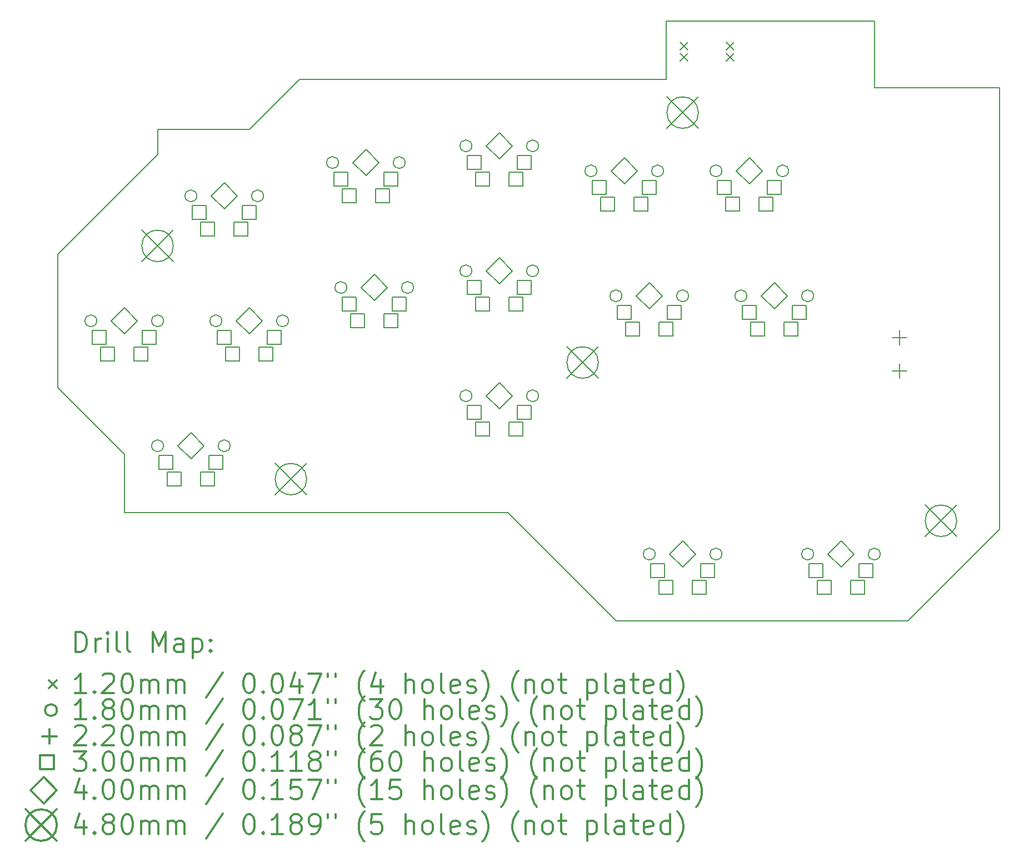
<source format=gbr>
%FSLAX45Y45*%
G04 Gerber Fmt 4.5, Leading zero omitted, Abs format (unit mm)*
G04 Created by KiCad (PCBNEW 5.0.0+dfsg1-2~bpo9+1) date Sat Sep 29 22:12:24 2018*
%MOMM*%
%LPD*%
G01*
G04 APERTURE LIST*
%ADD10C,0.150000*%
%ADD11C,0.200000*%
%ADD12C,0.300000*%
G04 APERTURE END LIST*
D10*
X20955000Y-14859000D02*
X22352000Y-13462000D01*
X16510000Y-14859000D02*
X14859000Y-13208000D01*
X10922000Y-7366000D02*
X11684000Y-6604000D01*
X9525000Y-7366000D02*
X10922000Y-7366000D01*
X9017000Y-12319000D02*
X9017000Y-13208000D01*
X8001000Y-11303000D02*
X9017000Y-12319000D01*
X9525000Y-7747000D02*
X9525000Y-7366000D01*
X8001000Y-9271000D02*
X9525000Y-7747000D01*
X9017000Y-13208000D02*
X14859000Y-13208000D01*
X20955000Y-14859000D02*
X16510000Y-14859000D01*
D11*
X20447000Y-6731000D02*
X22352000Y-6731000D01*
X20447000Y-5715000D02*
X20447000Y-6731000D01*
X17272000Y-5715000D02*
X20447000Y-5715000D01*
X17272000Y-6604000D02*
X17272000Y-5715000D01*
X11684000Y-6604000D02*
X17272000Y-6604000D01*
X8001000Y-11303000D02*
X8001000Y-9271000D01*
X22352000Y-6731000D02*
X22352000Y-13462000D01*
D11*
X17489000Y-6036000D02*
X17609000Y-6156000D01*
X17609000Y-6036000D02*
X17489000Y-6156000D01*
X17489000Y-6211000D02*
X17609000Y-6331000D01*
X17609000Y-6211000D02*
X17489000Y-6331000D01*
X18189000Y-6036000D02*
X18309000Y-6156000D01*
X18309000Y-6036000D02*
X18189000Y-6156000D01*
X18189000Y-6211000D02*
X18309000Y-6331000D01*
X18309000Y-6211000D02*
X18189000Y-6331000D01*
X14314000Y-7620000D02*
G75*
G03X14314000Y-7620000I-90000J0D01*
G01*
X15330000Y-7620000D02*
G75*
G03X15330000Y-7620000I-90000J0D01*
G01*
X17108000Y-13843000D02*
G75*
G03X17108000Y-13843000I-90000J0D01*
G01*
X18124000Y-13843000D02*
G75*
G03X18124000Y-13843000I-90000J0D01*
G01*
X9615000Y-12192000D02*
G75*
G03X9615000Y-12192000I-90000J0D01*
G01*
X10631000Y-12192000D02*
G75*
G03X10631000Y-12192000I-90000J0D01*
G01*
X14314000Y-11430000D02*
G75*
G03X14314000Y-11430000I-90000J0D01*
G01*
X15330000Y-11430000D02*
G75*
G03X15330000Y-11430000I-90000J0D01*
G01*
X12409000Y-9779000D02*
G75*
G03X12409000Y-9779000I-90000J0D01*
G01*
X13425000Y-9779000D02*
G75*
G03X13425000Y-9779000I-90000J0D01*
G01*
X14314000Y-9525000D02*
G75*
G03X14314000Y-9525000I-90000J0D01*
G01*
X15330000Y-9525000D02*
G75*
G03X15330000Y-9525000I-90000J0D01*
G01*
X18124000Y-8001000D02*
G75*
G03X18124000Y-8001000I-90000J0D01*
G01*
X19140000Y-8001000D02*
G75*
G03X19140000Y-8001000I-90000J0D01*
G01*
X10504000Y-10287000D02*
G75*
G03X10504000Y-10287000I-90000J0D01*
G01*
X11520000Y-10287000D02*
G75*
G03X11520000Y-10287000I-90000J0D01*
G01*
X16600000Y-9906000D02*
G75*
G03X16600000Y-9906000I-90000J0D01*
G01*
X17616000Y-9906000D02*
G75*
G03X17616000Y-9906000I-90000J0D01*
G01*
X16219000Y-8001000D02*
G75*
G03X16219000Y-8001000I-90000J0D01*
G01*
X17235000Y-8001000D02*
G75*
G03X17235000Y-8001000I-90000J0D01*
G01*
X12282000Y-7874000D02*
G75*
G03X12282000Y-7874000I-90000J0D01*
G01*
X13298000Y-7874000D02*
G75*
G03X13298000Y-7874000I-90000J0D01*
G01*
X8599000Y-10287000D02*
G75*
G03X8599000Y-10287000I-90000J0D01*
G01*
X9615000Y-10287000D02*
G75*
G03X9615000Y-10287000I-90000J0D01*
G01*
X10123000Y-8382000D02*
G75*
G03X10123000Y-8382000I-90000J0D01*
G01*
X11139000Y-8382000D02*
G75*
G03X11139000Y-8382000I-90000J0D01*
G01*
X18505000Y-9906000D02*
G75*
G03X18505000Y-9906000I-90000J0D01*
G01*
X19521000Y-9906000D02*
G75*
G03X19521000Y-9906000I-90000J0D01*
G01*
X19521000Y-13843000D02*
G75*
G03X19521000Y-13843000I-90000J0D01*
G01*
X20537000Y-13843000D02*
G75*
G03X20537000Y-13843000I-90000J0D01*
G01*
X20828000Y-10431000D02*
X20828000Y-10651000D01*
X20718000Y-10541000D02*
X20938000Y-10541000D01*
X20828000Y-10939000D02*
X20828000Y-11159000D01*
X20718000Y-11049000D02*
X20938000Y-11049000D01*
X10266067Y-8742067D02*
X10266067Y-8529933D01*
X10053933Y-8529933D01*
X10053933Y-8742067D01*
X10266067Y-8742067D01*
X10393067Y-8996067D02*
X10393067Y-8783933D01*
X10180933Y-8783933D01*
X10180933Y-8996067D01*
X10393067Y-8996067D01*
X10901067Y-8996067D02*
X10901067Y-8783933D01*
X10688933Y-8783933D01*
X10688933Y-8996067D01*
X10901067Y-8996067D01*
X11028067Y-8742067D02*
X11028067Y-8529933D01*
X10815933Y-8529933D01*
X10815933Y-8742067D01*
X11028067Y-8742067D01*
X18648067Y-10266067D02*
X18648067Y-10053933D01*
X18435933Y-10053933D01*
X18435933Y-10266067D01*
X18648067Y-10266067D01*
X18775067Y-10520067D02*
X18775067Y-10307933D01*
X18562933Y-10307933D01*
X18562933Y-10520067D01*
X18775067Y-10520067D01*
X19283067Y-10520067D02*
X19283067Y-10307933D01*
X19070933Y-10307933D01*
X19070933Y-10520067D01*
X19283067Y-10520067D01*
X19410067Y-10266067D02*
X19410067Y-10053933D01*
X19197933Y-10053933D01*
X19197933Y-10266067D01*
X19410067Y-10266067D01*
X19664067Y-14203067D02*
X19664067Y-13990933D01*
X19451933Y-13990933D01*
X19451933Y-14203067D01*
X19664067Y-14203067D01*
X19791067Y-14457067D02*
X19791067Y-14244933D01*
X19578933Y-14244933D01*
X19578933Y-14457067D01*
X19791067Y-14457067D01*
X20299067Y-14457067D02*
X20299067Y-14244933D01*
X20086933Y-14244933D01*
X20086933Y-14457067D01*
X20299067Y-14457067D01*
X20426067Y-14203067D02*
X20426067Y-13990933D01*
X20213933Y-13990933D01*
X20213933Y-14203067D01*
X20426067Y-14203067D01*
X14457067Y-7980067D02*
X14457067Y-7767933D01*
X14244933Y-7767933D01*
X14244933Y-7980067D01*
X14457067Y-7980067D01*
X14584067Y-8234067D02*
X14584067Y-8021933D01*
X14371933Y-8021933D01*
X14371933Y-8234067D01*
X14584067Y-8234067D01*
X15092067Y-8234067D02*
X15092067Y-8021933D01*
X14879933Y-8021933D01*
X14879933Y-8234067D01*
X15092067Y-8234067D01*
X15219067Y-7980067D02*
X15219067Y-7767933D01*
X15006933Y-7767933D01*
X15006933Y-7980067D01*
X15219067Y-7980067D01*
X17251067Y-14203067D02*
X17251067Y-13990933D01*
X17038933Y-13990933D01*
X17038933Y-14203067D01*
X17251067Y-14203067D01*
X17378067Y-14457067D02*
X17378067Y-14244933D01*
X17165933Y-14244933D01*
X17165933Y-14457067D01*
X17378067Y-14457067D01*
X17886067Y-14457067D02*
X17886067Y-14244933D01*
X17673933Y-14244933D01*
X17673933Y-14457067D01*
X17886067Y-14457067D01*
X18013067Y-14203067D02*
X18013067Y-13990933D01*
X17800933Y-13990933D01*
X17800933Y-14203067D01*
X18013067Y-14203067D01*
X9758067Y-12552067D02*
X9758067Y-12339933D01*
X9545933Y-12339933D01*
X9545933Y-12552067D01*
X9758067Y-12552067D01*
X9885067Y-12806067D02*
X9885067Y-12593933D01*
X9672933Y-12593933D01*
X9672933Y-12806067D01*
X9885067Y-12806067D01*
X10393067Y-12806067D02*
X10393067Y-12593933D01*
X10180933Y-12593933D01*
X10180933Y-12806067D01*
X10393067Y-12806067D01*
X10520067Y-12552067D02*
X10520067Y-12339933D01*
X10307933Y-12339933D01*
X10307933Y-12552067D01*
X10520067Y-12552067D01*
X14457067Y-11790067D02*
X14457067Y-11577933D01*
X14244933Y-11577933D01*
X14244933Y-11790067D01*
X14457067Y-11790067D01*
X14584067Y-12044067D02*
X14584067Y-11831933D01*
X14371933Y-11831933D01*
X14371933Y-12044067D01*
X14584067Y-12044067D01*
X15092067Y-12044067D02*
X15092067Y-11831933D01*
X14879933Y-11831933D01*
X14879933Y-12044067D01*
X15092067Y-12044067D01*
X15219067Y-11790067D02*
X15219067Y-11577933D01*
X15006933Y-11577933D01*
X15006933Y-11790067D01*
X15219067Y-11790067D01*
X12552067Y-10139067D02*
X12552067Y-9926933D01*
X12339933Y-9926933D01*
X12339933Y-10139067D01*
X12552067Y-10139067D01*
X12679067Y-10393067D02*
X12679067Y-10180933D01*
X12466933Y-10180933D01*
X12466933Y-10393067D01*
X12679067Y-10393067D01*
X13187067Y-10393067D02*
X13187067Y-10180933D01*
X12974933Y-10180933D01*
X12974933Y-10393067D01*
X13187067Y-10393067D01*
X13314067Y-10139067D02*
X13314067Y-9926933D01*
X13101933Y-9926933D01*
X13101933Y-10139067D01*
X13314067Y-10139067D01*
X14457067Y-9885067D02*
X14457067Y-9672933D01*
X14244933Y-9672933D01*
X14244933Y-9885067D01*
X14457067Y-9885067D01*
X14584067Y-10139067D02*
X14584067Y-9926933D01*
X14371933Y-9926933D01*
X14371933Y-10139067D01*
X14584067Y-10139067D01*
X15092067Y-10139067D02*
X15092067Y-9926933D01*
X14879933Y-9926933D01*
X14879933Y-10139067D01*
X15092067Y-10139067D01*
X15219067Y-9885067D02*
X15219067Y-9672933D01*
X15006933Y-9672933D01*
X15006933Y-9885067D01*
X15219067Y-9885067D01*
X18267067Y-8361067D02*
X18267067Y-8148933D01*
X18054933Y-8148933D01*
X18054933Y-8361067D01*
X18267067Y-8361067D01*
X18394067Y-8615067D02*
X18394067Y-8402933D01*
X18181933Y-8402933D01*
X18181933Y-8615067D01*
X18394067Y-8615067D01*
X18902067Y-8615067D02*
X18902067Y-8402933D01*
X18689933Y-8402933D01*
X18689933Y-8615067D01*
X18902067Y-8615067D01*
X19029067Y-8361067D02*
X19029067Y-8148933D01*
X18816933Y-8148933D01*
X18816933Y-8361067D01*
X19029067Y-8361067D01*
X10647067Y-10647067D02*
X10647067Y-10434933D01*
X10434933Y-10434933D01*
X10434933Y-10647067D01*
X10647067Y-10647067D01*
X10774067Y-10901067D02*
X10774067Y-10688933D01*
X10561933Y-10688933D01*
X10561933Y-10901067D01*
X10774067Y-10901067D01*
X11282067Y-10901067D02*
X11282067Y-10688933D01*
X11069933Y-10688933D01*
X11069933Y-10901067D01*
X11282067Y-10901067D01*
X11409067Y-10647067D02*
X11409067Y-10434933D01*
X11196933Y-10434933D01*
X11196933Y-10647067D01*
X11409067Y-10647067D01*
X16743067Y-10266067D02*
X16743067Y-10053933D01*
X16530933Y-10053933D01*
X16530933Y-10266067D01*
X16743067Y-10266067D01*
X16870067Y-10520067D02*
X16870067Y-10307933D01*
X16657933Y-10307933D01*
X16657933Y-10520067D01*
X16870067Y-10520067D01*
X17378067Y-10520067D02*
X17378067Y-10307933D01*
X17165933Y-10307933D01*
X17165933Y-10520067D01*
X17378067Y-10520067D01*
X17505067Y-10266067D02*
X17505067Y-10053933D01*
X17292933Y-10053933D01*
X17292933Y-10266067D01*
X17505067Y-10266067D01*
X16362067Y-8361067D02*
X16362067Y-8148933D01*
X16149933Y-8148933D01*
X16149933Y-8361067D01*
X16362067Y-8361067D01*
X16489067Y-8615067D02*
X16489067Y-8402933D01*
X16276933Y-8402933D01*
X16276933Y-8615067D01*
X16489067Y-8615067D01*
X16997067Y-8615067D02*
X16997067Y-8402933D01*
X16784933Y-8402933D01*
X16784933Y-8615067D01*
X16997067Y-8615067D01*
X17124067Y-8361067D02*
X17124067Y-8148933D01*
X16911933Y-8148933D01*
X16911933Y-8361067D01*
X17124067Y-8361067D01*
X12425067Y-8234067D02*
X12425067Y-8021933D01*
X12212933Y-8021933D01*
X12212933Y-8234067D01*
X12425067Y-8234067D01*
X12552067Y-8488067D02*
X12552067Y-8275933D01*
X12339933Y-8275933D01*
X12339933Y-8488067D01*
X12552067Y-8488067D01*
X13060067Y-8488067D02*
X13060067Y-8275933D01*
X12847933Y-8275933D01*
X12847933Y-8488067D01*
X13060067Y-8488067D01*
X13187067Y-8234067D02*
X13187067Y-8021933D01*
X12974933Y-8021933D01*
X12974933Y-8234067D01*
X13187067Y-8234067D01*
X8742067Y-10647067D02*
X8742067Y-10434933D01*
X8529933Y-10434933D01*
X8529933Y-10647067D01*
X8742067Y-10647067D01*
X8869067Y-10901067D02*
X8869067Y-10688933D01*
X8656933Y-10688933D01*
X8656933Y-10901067D01*
X8869067Y-10901067D01*
X9377067Y-10901067D02*
X9377067Y-10688933D01*
X9164933Y-10688933D01*
X9164933Y-10901067D01*
X9377067Y-10901067D01*
X9504067Y-10647067D02*
X9504067Y-10434933D01*
X9291933Y-10434933D01*
X9291933Y-10647067D01*
X9504067Y-10647067D01*
X10541000Y-8582000D02*
X10741000Y-8382000D01*
X10541000Y-8182000D01*
X10341000Y-8382000D01*
X10541000Y-8582000D01*
X18923000Y-10106000D02*
X19123000Y-9906000D01*
X18923000Y-9706000D01*
X18723000Y-9906000D01*
X18923000Y-10106000D01*
X19939000Y-14043000D02*
X20139000Y-13843000D01*
X19939000Y-13643000D01*
X19739000Y-13843000D01*
X19939000Y-14043000D01*
X14732000Y-7820000D02*
X14932000Y-7620000D01*
X14732000Y-7420000D01*
X14532000Y-7620000D01*
X14732000Y-7820000D01*
X17526000Y-14043000D02*
X17726000Y-13843000D01*
X17526000Y-13643000D01*
X17326000Y-13843000D01*
X17526000Y-14043000D01*
X10033000Y-12392000D02*
X10233000Y-12192000D01*
X10033000Y-11992000D01*
X9833000Y-12192000D01*
X10033000Y-12392000D01*
X14732000Y-11630000D02*
X14932000Y-11430000D01*
X14732000Y-11230000D01*
X14532000Y-11430000D01*
X14732000Y-11630000D01*
X12827000Y-9979000D02*
X13027000Y-9779000D01*
X12827000Y-9579000D01*
X12627000Y-9779000D01*
X12827000Y-9979000D01*
X14732000Y-9725000D02*
X14932000Y-9525000D01*
X14732000Y-9325000D01*
X14532000Y-9525000D01*
X14732000Y-9725000D01*
X18542000Y-8201000D02*
X18742000Y-8001000D01*
X18542000Y-7801000D01*
X18342000Y-8001000D01*
X18542000Y-8201000D01*
X10922000Y-10487000D02*
X11122000Y-10287000D01*
X10922000Y-10087000D01*
X10722000Y-10287000D01*
X10922000Y-10487000D01*
X17018000Y-10106000D02*
X17218000Y-9906000D01*
X17018000Y-9706000D01*
X16818000Y-9906000D01*
X17018000Y-10106000D01*
X16637000Y-8201000D02*
X16837000Y-8001000D01*
X16637000Y-7801000D01*
X16437000Y-8001000D01*
X16637000Y-8201000D01*
X12700000Y-8074000D02*
X12900000Y-7874000D01*
X12700000Y-7674000D01*
X12500000Y-7874000D01*
X12700000Y-8074000D01*
X9017000Y-10487000D02*
X9217000Y-10287000D01*
X9017000Y-10087000D01*
X8817000Y-10287000D01*
X9017000Y-10487000D01*
X21223000Y-13095000D02*
X21703000Y-13575000D01*
X21703000Y-13095000D02*
X21223000Y-13575000D01*
X21703000Y-13335000D02*
G75*
G03X21703000Y-13335000I-240000J0D01*
G01*
X9285000Y-8904000D02*
X9765000Y-9384000D01*
X9765000Y-8904000D02*
X9285000Y-9384000D01*
X9765000Y-9144000D02*
G75*
G03X9765000Y-9144000I-240000J0D01*
G01*
X11317000Y-12460000D02*
X11797000Y-12940000D01*
X11797000Y-12460000D02*
X11317000Y-12940000D01*
X11797000Y-12700000D02*
G75*
G03X11797000Y-12700000I-240000J0D01*
G01*
X15762000Y-10682000D02*
X16242000Y-11162000D01*
X16242000Y-10682000D02*
X15762000Y-11162000D01*
X16242000Y-10922000D02*
G75*
G03X16242000Y-10922000I-240000J0D01*
G01*
X17286000Y-6872000D02*
X17766000Y-7352000D01*
X17766000Y-6872000D02*
X17286000Y-7352000D01*
X17766000Y-7112000D02*
G75*
G03X17766000Y-7112000I-240000J0D01*
G01*
D12*
X8277428Y-15332214D02*
X8277428Y-15032214D01*
X8348857Y-15032214D01*
X8391714Y-15046500D01*
X8420286Y-15075071D01*
X8434571Y-15103643D01*
X8448857Y-15160786D01*
X8448857Y-15203643D01*
X8434571Y-15260786D01*
X8420286Y-15289357D01*
X8391714Y-15317929D01*
X8348857Y-15332214D01*
X8277428Y-15332214D01*
X8577428Y-15332214D02*
X8577428Y-15132214D01*
X8577428Y-15189357D02*
X8591714Y-15160786D01*
X8606000Y-15146500D01*
X8634571Y-15132214D01*
X8663143Y-15132214D01*
X8763143Y-15332214D02*
X8763143Y-15132214D01*
X8763143Y-15032214D02*
X8748857Y-15046500D01*
X8763143Y-15060786D01*
X8777428Y-15046500D01*
X8763143Y-15032214D01*
X8763143Y-15060786D01*
X8948857Y-15332214D02*
X8920286Y-15317929D01*
X8906000Y-15289357D01*
X8906000Y-15032214D01*
X9106000Y-15332214D02*
X9077428Y-15317929D01*
X9063143Y-15289357D01*
X9063143Y-15032214D01*
X9448857Y-15332214D02*
X9448857Y-15032214D01*
X9548857Y-15246500D01*
X9648857Y-15032214D01*
X9648857Y-15332214D01*
X9920286Y-15332214D02*
X9920286Y-15175071D01*
X9906000Y-15146500D01*
X9877428Y-15132214D01*
X9820286Y-15132214D01*
X9791714Y-15146500D01*
X9920286Y-15317929D02*
X9891714Y-15332214D01*
X9820286Y-15332214D01*
X9791714Y-15317929D01*
X9777428Y-15289357D01*
X9777428Y-15260786D01*
X9791714Y-15232214D01*
X9820286Y-15217929D01*
X9891714Y-15217929D01*
X9920286Y-15203643D01*
X10063143Y-15132214D02*
X10063143Y-15432214D01*
X10063143Y-15146500D02*
X10091714Y-15132214D01*
X10148857Y-15132214D01*
X10177428Y-15146500D01*
X10191714Y-15160786D01*
X10206000Y-15189357D01*
X10206000Y-15275071D01*
X10191714Y-15303643D01*
X10177428Y-15317929D01*
X10148857Y-15332214D01*
X10091714Y-15332214D01*
X10063143Y-15317929D01*
X10334571Y-15303643D02*
X10348857Y-15317929D01*
X10334571Y-15332214D01*
X10320286Y-15317929D01*
X10334571Y-15303643D01*
X10334571Y-15332214D01*
X10334571Y-15146500D02*
X10348857Y-15160786D01*
X10334571Y-15175071D01*
X10320286Y-15160786D01*
X10334571Y-15146500D01*
X10334571Y-15175071D01*
X7871000Y-15766500D02*
X7991000Y-15886500D01*
X7991000Y-15766500D02*
X7871000Y-15886500D01*
X8434571Y-15962214D02*
X8263143Y-15962214D01*
X8348857Y-15962214D02*
X8348857Y-15662214D01*
X8320286Y-15705071D01*
X8291714Y-15733643D01*
X8263143Y-15747929D01*
X8563143Y-15933643D02*
X8577428Y-15947929D01*
X8563143Y-15962214D01*
X8548857Y-15947929D01*
X8563143Y-15933643D01*
X8563143Y-15962214D01*
X8691714Y-15690786D02*
X8706000Y-15676500D01*
X8734571Y-15662214D01*
X8806000Y-15662214D01*
X8834571Y-15676500D01*
X8848857Y-15690786D01*
X8863143Y-15719357D01*
X8863143Y-15747929D01*
X8848857Y-15790786D01*
X8677428Y-15962214D01*
X8863143Y-15962214D01*
X9048857Y-15662214D02*
X9077428Y-15662214D01*
X9106000Y-15676500D01*
X9120286Y-15690786D01*
X9134571Y-15719357D01*
X9148857Y-15776500D01*
X9148857Y-15847929D01*
X9134571Y-15905071D01*
X9120286Y-15933643D01*
X9106000Y-15947929D01*
X9077428Y-15962214D01*
X9048857Y-15962214D01*
X9020286Y-15947929D01*
X9006000Y-15933643D01*
X8991714Y-15905071D01*
X8977428Y-15847929D01*
X8977428Y-15776500D01*
X8991714Y-15719357D01*
X9006000Y-15690786D01*
X9020286Y-15676500D01*
X9048857Y-15662214D01*
X9277428Y-15962214D02*
X9277428Y-15762214D01*
X9277428Y-15790786D02*
X9291714Y-15776500D01*
X9320286Y-15762214D01*
X9363143Y-15762214D01*
X9391714Y-15776500D01*
X9406000Y-15805071D01*
X9406000Y-15962214D01*
X9406000Y-15805071D02*
X9420286Y-15776500D01*
X9448857Y-15762214D01*
X9491714Y-15762214D01*
X9520286Y-15776500D01*
X9534571Y-15805071D01*
X9534571Y-15962214D01*
X9677428Y-15962214D02*
X9677428Y-15762214D01*
X9677428Y-15790786D02*
X9691714Y-15776500D01*
X9720286Y-15762214D01*
X9763143Y-15762214D01*
X9791714Y-15776500D01*
X9806000Y-15805071D01*
X9806000Y-15962214D01*
X9806000Y-15805071D02*
X9820286Y-15776500D01*
X9848857Y-15762214D01*
X9891714Y-15762214D01*
X9920286Y-15776500D01*
X9934571Y-15805071D01*
X9934571Y-15962214D01*
X10520286Y-15647929D02*
X10263143Y-16033643D01*
X10906000Y-15662214D02*
X10934571Y-15662214D01*
X10963143Y-15676500D01*
X10977428Y-15690786D01*
X10991714Y-15719357D01*
X11006000Y-15776500D01*
X11006000Y-15847929D01*
X10991714Y-15905071D01*
X10977428Y-15933643D01*
X10963143Y-15947929D01*
X10934571Y-15962214D01*
X10906000Y-15962214D01*
X10877428Y-15947929D01*
X10863143Y-15933643D01*
X10848857Y-15905071D01*
X10834571Y-15847929D01*
X10834571Y-15776500D01*
X10848857Y-15719357D01*
X10863143Y-15690786D01*
X10877428Y-15676500D01*
X10906000Y-15662214D01*
X11134571Y-15933643D02*
X11148857Y-15947929D01*
X11134571Y-15962214D01*
X11120286Y-15947929D01*
X11134571Y-15933643D01*
X11134571Y-15962214D01*
X11334571Y-15662214D02*
X11363143Y-15662214D01*
X11391714Y-15676500D01*
X11406000Y-15690786D01*
X11420286Y-15719357D01*
X11434571Y-15776500D01*
X11434571Y-15847929D01*
X11420286Y-15905071D01*
X11406000Y-15933643D01*
X11391714Y-15947929D01*
X11363143Y-15962214D01*
X11334571Y-15962214D01*
X11306000Y-15947929D01*
X11291714Y-15933643D01*
X11277428Y-15905071D01*
X11263143Y-15847929D01*
X11263143Y-15776500D01*
X11277428Y-15719357D01*
X11291714Y-15690786D01*
X11306000Y-15676500D01*
X11334571Y-15662214D01*
X11691714Y-15762214D02*
X11691714Y-15962214D01*
X11620286Y-15647929D02*
X11548857Y-15862214D01*
X11734571Y-15862214D01*
X11820286Y-15662214D02*
X12020286Y-15662214D01*
X11891714Y-15962214D01*
X12120286Y-15662214D02*
X12120286Y-15719357D01*
X12234571Y-15662214D02*
X12234571Y-15719357D01*
X12677428Y-16076500D02*
X12663143Y-16062214D01*
X12634571Y-16019357D01*
X12620286Y-15990786D01*
X12606000Y-15947929D01*
X12591714Y-15876500D01*
X12591714Y-15819357D01*
X12606000Y-15747929D01*
X12620286Y-15705071D01*
X12634571Y-15676500D01*
X12663143Y-15633643D01*
X12677428Y-15619357D01*
X12920286Y-15762214D02*
X12920286Y-15962214D01*
X12848857Y-15647929D02*
X12777428Y-15862214D01*
X12963143Y-15862214D01*
X13306000Y-15962214D02*
X13306000Y-15662214D01*
X13434571Y-15962214D02*
X13434571Y-15805071D01*
X13420286Y-15776500D01*
X13391714Y-15762214D01*
X13348857Y-15762214D01*
X13320286Y-15776500D01*
X13306000Y-15790786D01*
X13620286Y-15962214D02*
X13591714Y-15947929D01*
X13577428Y-15933643D01*
X13563143Y-15905071D01*
X13563143Y-15819357D01*
X13577428Y-15790786D01*
X13591714Y-15776500D01*
X13620286Y-15762214D01*
X13663143Y-15762214D01*
X13691714Y-15776500D01*
X13706000Y-15790786D01*
X13720286Y-15819357D01*
X13720286Y-15905071D01*
X13706000Y-15933643D01*
X13691714Y-15947929D01*
X13663143Y-15962214D01*
X13620286Y-15962214D01*
X13891714Y-15962214D02*
X13863143Y-15947929D01*
X13848857Y-15919357D01*
X13848857Y-15662214D01*
X14120286Y-15947929D02*
X14091714Y-15962214D01*
X14034571Y-15962214D01*
X14006000Y-15947929D01*
X13991714Y-15919357D01*
X13991714Y-15805071D01*
X14006000Y-15776500D01*
X14034571Y-15762214D01*
X14091714Y-15762214D01*
X14120286Y-15776500D01*
X14134571Y-15805071D01*
X14134571Y-15833643D01*
X13991714Y-15862214D01*
X14248857Y-15947929D02*
X14277428Y-15962214D01*
X14334571Y-15962214D01*
X14363143Y-15947929D01*
X14377428Y-15919357D01*
X14377428Y-15905071D01*
X14363143Y-15876500D01*
X14334571Y-15862214D01*
X14291714Y-15862214D01*
X14263143Y-15847929D01*
X14248857Y-15819357D01*
X14248857Y-15805071D01*
X14263143Y-15776500D01*
X14291714Y-15762214D01*
X14334571Y-15762214D01*
X14363143Y-15776500D01*
X14477428Y-16076500D02*
X14491714Y-16062214D01*
X14520286Y-16019357D01*
X14534571Y-15990786D01*
X14548857Y-15947929D01*
X14563143Y-15876500D01*
X14563143Y-15819357D01*
X14548857Y-15747929D01*
X14534571Y-15705071D01*
X14520286Y-15676500D01*
X14491714Y-15633643D01*
X14477428Y-15619357D01*
X15020286Y-16076500D02*
X15006000Y-16062214D01*
X14977428Y-16019357D01*
X14963143Y-15990786D01*
X14948857Y-15947929D01*
X14934571Y-15876500D01*
X14934571Y-15819357D01*
X14948857Y-15747929D01*
X14963143Y-15705071D01*
X14977428Y-15676500D01*
X15006000Y-15633643D01*
X15020286Y-15619357D01*
X15134571Y-15762214D02*
X15134571Y-15962214D01*
X15134571Y-15790786D02*
X15148857Y-15776500D01*
X15177428Y-15762214D01*
X15220286Y-15762214D01*
X15248857Y-15776500D01*
X15263143Y-15805071D01*
X15263143Y-15962214D01*
X15448857Y-15962214D02*
X15420286Y-15947929D01*
X15406000Y-15933643D01*
X15391714Y-15905071D01*
X15391714Y-15819357D01*
X15406000Y-15790786D01*
X15420286Y-15776500D01*
X15448857Y-15762214D01*
X15491714Y-15762214D01*
X15520286Y-15776500D01*
X15534571Y-15790786D01*
X15548857Y-15819357D01*
X15548857Y-15905071D01*
X15534571Y-15933643D01*
X15520286Y-15947929D01*
X15491714Y-15962214D01*
X15448857Y-15962214D01*
X15634571Y-15762214D02*
X15748857Y-15762214D01*
X15677428Y-15662214D02*
X15677428Y-15919357D01*
X15691714Y-15947929D01*
X15720286Y-15962214D01*
X15748857Y-15962214D01*
X16077428Y-15762214D02*
X16077428Y-16062214D01*
X16077428Y-15776500D02*
X16106000Y-15762214D01*
X16163143Y-15762214D01*
X16191714Y-15776500D01*
X16206000Y-15790786D01*
X16220286Y-15819357D01*
X16220286Y-15905071D01*
X16206000Y-15933643D01*
X16191714Y-15947929D01*
X16163143Y-15962214D01*
X16106000Y-15962214D01*
X16077428Y-15947929D01*
X16391714Y-15962214D02*
X16363143Y-15947929D01*
X16348857Y-15919357D01*
X16348857Y-15662214D01*
X16634571Y-15962214D02*
X16634571Y-15805071D01*
X16620286Y-15776500D01*
X16591714Y-15762214D01*
X16534571Y-15762214D01*
X16506000Y-15776500D01*
X16634571Y-15947929D02*
X16606000Y-15962214D01*
X16534571Y-15962214D01*
X16506000Y-15947929D01*
X16491714Y-15919357D01*
X16491714Y-15890786D01*
X16506000Y-15862214D01*
X16534571Y-15847929D01*
X16606000Y-15847929D01*
X16634571Y-15833643D01*
X16734571Y-15762214D02*
X16848857Y-15762214D01*
X16777428Y-15662214D02*
X16777428Y-15919357D01*
X16791714Y-15947929D01*
X16820286Y-15962214D01*
X16848857Y-15962214D01*
X17063143Y-15947929D02*
X17034571Y-15962214D01*
X16977428Y-15962214D01*
X16948857Y-15947929D01*
X16934571Y-15919357D01*
X16934571Y-15805071D01*
X16948857Y-15776500D01*
X16977428Y-15762214D01*
X17034571Y-15762214D01*
X17063143Y-15776500D01*
X17077428Y-15805071D01*
X17077428Y-15833643D01*
X16934571Y-15862214D01*
X17334571Y-15962214D02*
X17334571Y-15662214D01*
X17334571Y-15947929D02*
X17306000Y-15962214D01*
X17248857Y-15962214D01*
X17220286Y-15947929D01*
X17206000Y-15933643D01*
X17191714Y-15905071D01*
X17191714Y-15819357D01*
X17206000Y-15790786D01*
X17220286Y-15776500D01*
X17248857Y-15762214D01*
X17306000Y-15762214D01*
X17334571Y-15776500D01*
X17448857Y-16076500D02*
X17463143Y-16062214D01*
X17491714Y-16019357D01*
X17506000Y-15990786D01*
X17520286Y-15947929D01*
X17534571Y-15876500D01*
X17534571Y-15819357D01*
X17520286Y-15747929D01*
X17506000Y-15705071D01*
X17491714Y-15676500D01*
X17463143Y-15633643D01*
X17448857Y-15619357D01*
X7991000Y-16222500D02*
G75*
G03X7991000Y-16222500I-90000J0D01*
G01*
X8434571Y-16358214D02*
X8263143Y-16358214D01*
X8348857Y-16358214D02*
X8348857Y-16058214D01*
X8320286Y-16101071D01*
X8291714Y-16129643D01*
X8263143Y-16143929D01*
X8563143Y-16329643D02*
X8577428Y-16343929D01*
X8563143Y-16358214D01*
X8548857Y-16343929D01*
X8563143Y-16329643D01*
X8563143Y-16358214D01*
X8748857Y-16186786D02*
X8720286Y-16172500D01*
X8706000Y-16158214D01*
X8691714Y-16129643D01*
X8691714Y-16115357D01*
X8706000Y-16086786D01*
X8720286Y-16072500D01*
X8748857Y-16058214D01*
X8806000Y-16058214D01*
X8834571Y-16072500D01*
X8848857Y-16086786D01*
X8863143Y-16115357D01*
X8863143Y-16129643D01*
X8848857Y-16158214D01*
X8834571Y-16172500D01*
X8806000Y-16186786D01*
X8748857Y-16186786D01*
X8720286Y-16201071D01*
X8706000Y-16215357D01*
X8691714Y-16243929D01*
X8691714Y-16301071D01*
X8706000Y-16329643D01*
X8720286Y-16343929D01*
X8748857Y-16358214D01*
X8806000Y-16358214D01*
X8834571Y-16343929D01*
X8848857Y-16329643D01*
X8863143Y-16301071D01*
X8863143Y-16243929D01*
X8848857Y-16215357D01*
X8834571Y-16201071D01*
X8806000Y-16186786D01*
X9048857Y-16058214D02*
X9077428Y-16058214D01*
X9106000Y-16072500D01*
X9120286Y-16086786D01*
X9134571Y-16115357D01*
X9148857Y-16172500D01*
X9148857Y-16243929D01*
X9134571Y-16301071D01*
X9120286Y-16329643D01*
X9106000Y-16343929D01*
X9077428Y-16358214D01*
X9048857Y-16358214D01*
X9020286Y-16343929D01*
X9006000Y-16329643D01*
X8991714Y-16301071D01*
X8977428Y-16243929D01*
X8977428Y-16172500D01*
X8991714Y-16115357D01*
X9006000Y-16086786D01*
X9020286Y-16072500D01*
X9048857Y-16058214D01*
X9277428Y-16358214D02*
X9277428Y-16158214D01*
X9277428Y-16186786D02*
X9291714Y-16172500D01*
X9320286Y-16158214D01*
X9363143Y-16158214D01*
X9391714Y-16172500D01*
X9406000Y-16201071D01*
X9406000Y-16358214D01*
X9406000Y-16201071D02*
X9420286Y-16172500D01*
X9448857Y-16158214D01*
X9491714Y-16158214D01*
X9520286Y-16172500D01*
X9534571Y-16201071D01*
X9534571Y-16358214D01*
X9677428Y-16358214D02*
X9677428Y-16158214D01*
X9677428Y-16186786D02*
X9691714Y-16172500D01*
X9720286Y-16158214D01*
X9763143Y-16158214D01*
X9791714Y-16172500D01*
X9806000Y-16201071D01*
X9806000Y-16358214D01*
X9806000Y-16201071D02*
X9820286Y-16172500D01*
X9848857Y-16158214D01*
X9891714Y-16158214D01*
X9920286Y-16172500D01*
X9934571Y-16201071D01*
X9934571Y-16358214D01*
X10520286Y-16043929D02*
X10263143Y-16429643D01*
X10906000Y-16058214D02*
X10934571Y-16058214D01*
X10963143Y-16072500D01*
X10977428Y-16086786D01*
X10991714Y-16115357D01*
X11006000Y-16172500D01*
X11006000Y-16243929D01*
X10991714Y-16301071D01*
X10977428Y-16329643D01*
X10963143Y-16343929D01*
X10934571Y-16358214D01*
X10906000Y-16358214D01*
X10877428Y-16343929D01*
X10863143Y-16329643D01*
X10848857Y-16301071D01*
X10834571Y-16243929D01*
X10834571Y-16172500D01*
X10848857Y-16115357D01*
X10863143Y-16086786D01*
X10877428Y-16072500D01*
X10906000Y-16058214D01*
X11134571Y-16329643D02*
X11148857Y-16343929D01*
X11134571Y-16358214D01*
X11120286Y-16343929D01*
X11134571Y-16329643D01*
X11134571Y-16358214D01*
X11334571Y-16058214D02*
X11363143Y-16058214D01*
X11391714Y-16072500D01*
X11406000Y-16086786D01*
X11420286Y-16115357D01*
X11434571Y-16172500D01*
X11434571Y-16243929D01*
X11420286Y-16301071D01*
X11406000Y-16329643D01*
X11391714Y-16343929D01*
X11363143Y-16358214D01*
X11334571Y-16358214D01*
X11306000Y-16343929D01*
X11291714Y-16329643D01*
X11277428Y-16301071D01*
X11263143Y-16243929D01*
X11263143Y-16172500D01*
X11277428Y-16115357D01*
X11291714Y-16086786D01*
X11306000Y-16072500D01*
X11334571Y-16058214D01*
X11534571Y-16058214D02*
X11734571Y-16058214D01*
X11606000Y-16358214D01*
X12006000Y-16358214D02*
X11834571Y-16358214D01*
X11920286Y-16358214D02*
X11920286Y-16058214D01*
X11891714Y-16101071D01*
X11863143Y-16129643D01*
X11834571Y-16143929D01*
X12120286Y-16058214D02*
X12120286Y-16115357D01*
X12234571Y-16058214D02*
X12234571Y-16115357D01*
X12677428Y-16472500D02*
X12663143Y-16458214D01*
X12634571Y-16415357D01*
X12620286Y-16386786D01*
X12606000Y-16343929D01*
X12591714Y-16272500D01*
X12591714Y-16215357D01*
X12606000Y-16143929D01*
X12620286Y-16101071D01*
X12634571Y-16072500D01*
X12663143Y-16029643D01*
X12677428Y-16015357D01*
X12763143Y-16058214D02*
X12948857Y-16058214D01*
X12848857Y-16172500D01*
X12891714Y-16172500D01*
X12920286Y-16186786D01*
X12934571Y-16201071D01*
X12948857Y-16229643D01*
X12948857Y-16301071D01*
X12934571Y-16329643D01*
X12920286Y-16343929D01*
X12891714Y-16358214D01*
X12806000Y-16358214D01*
X12777428Y-16343929D01*
X12763143Y-16329643D01*
X13134571Y-16058214D02*
X13163143Y-16058214D01*
X13191714Y-16072500D01*
X13206000Y-16086786D01*
X13220286Y-16115357D01*
X13234571Y-16172500D01*
X13234571Y-16243929D01*
X13220286Y-16301071D01*
X13206000Y-16329643D01*
X13191714Y-16343929D01*
X13163143Y-16358214D01*
X13134571Y-16358214D01*
X13106000Y-16343929D01*
X13091714Y-16329643D01*
X13077428Y-16301071D01*
X13063143Y-16243929D01*
X13063143Y-16172500D01*
X13077428Y-16115357D01*
X13091714Y-16086786D01*
X13106000Y-16072500D01*
X13134571Y-16058214D01*
X13591714Y-16358214D02*
X13591714Y-16058214D01*
X13720286Y-16358214D02*
X13720286Y-16201071D01*
X13706000Y-16172500D01*
X13677428Y-16158214D01*
X13634571Y-16158214D01*
X13606000Y-16172500D01*
X13591714Y-16186786D01*
X13906000Y-16358214D02*
X13877428Y-16343929D01*
X13863143Y-16329643D01*
X13848857Y-16301071D01*
X13848857Y-16215357D01*
X13863143Y-16186786D01*
X13877428Y-16172500D01*
X13906000Y-16158214D01*
X13948857Y-16158214D01*
X13977428Y-16172500D01*
X13991714Y-16186786D01*
X14006000Y-16215357D01*
X14006000Y-16301071D01*
X13991714Y-16329643D01*
X13977428Y-16343929D01*
X13948857Y-16358214D01*
X13906000Y-16358214D01*
X14177428Y-16358214D02*
X14148857Y-16343929D01*
X14134571Y-16315357D01*
X14134571Y-16058214D01*
X14406000Y-16343929D02*
X14377428Y-16358214D01*
X14320286Y-16358214D01*
X14291714Y-16343929D01*
X14277428Y-16315357D01*
X14277428Y-16201071D01*
X14291714Y-16172500D01*
X14320286Y-16158214D01*
X14377428Y-16158214D01*
X14406000Y-16172500D01*
X14420286Y-16201071D01*
X14420286Y-16229643D01*
X14277428Y-16258214D01*
X14534571Y-16343929D02*
X14563143Y-16358214D01*
X14620286Y-16358214D01*
X14648857Y-16343929D01*
X14663143Y-16315357D01*
X14663143Y-16301071D01*
X14648857Y-16272500D01*
X14620286Y-16258214D01*
X14577428Y-16258214D01*
X14548857Y-16243929D01*
X14534571Y-16215357D01*
X14534571Y-16201071D01*
X14548857Y-16172500D01*
X14577428Y-16158214D01*
X14620286Y-16158214D01*
X14648857Y-16172500D01*
X14763143Y-16472500D02*
X14777428Y-16458214D01*
X14806000Y-16415357D01*
X14820286Y-16386786D01*
X14834571Y-16343929D01*
X14848857Y-16272500D01*
X14848857Y-16215357D01*
X14834571Y-16143929D01*
X14820286Y-16101071D01*
X14806000Y-16072500D01*
X14777428Y-16029643D01*
X14763143Y-16015357D01*
X15306000Y-16472500D02*
X15291714Y-16458214D01*
X15263143Y-16415357D01*
X15248857Y-16386786D01*
X15234571Y-16343929D01*
X15220286Y-16272500D01*
X15220286Y-16215357D01*
X15234571Y-16143929D01*
X15248857Y-16101071D01*
X15263143Y-16072500D01*
X15291714Y-16029643D01*
X15306000Y-16015357D01*
X15420286Y-16158214D02*
X15420286Y-16358214D01*
X15420286Y-16186786D02*
X15434571Y-16172500D01*
X15463143Y-16158214D01*
X15506000Y-16158214D01*
X15534571Y-16172500D01*
X15548857Y-16201071D01*
X15548857Y-16358214D01*
X15734571Y-16358214D02*
X15706000Y-16343929D01*
X15691714Y-16329643D01*
X15677428Y-16301071D01*
X15677428Y-16215357D01*
X15691714Y-16186786D01*
X15706000Y-16172500D01*
X15734571Y-16158214D01*
X15777428Y-16158214D01*
X15806000Y-16172500D01*
X15820286Y-16186786D01*
X15834571Y-16215357D01*
X15834571Y-16301071D01*
X15820286Y-16329643D01*
X15806000Y-16343929D01*
X15777428Y-16358214D01*
X15734571Y-16358214D01*
X15920286Y-16158214D02*
X16034571Y-16158214D01*
X15963143Y-16058214D02*
X15963143Y-16315357D01*
X15977428Y-16343929D01*
X16006000Y-16358214D01*
X16034571Y-16358214D01*
X16363143Y-16158214D02*
X16363143Y-16458214D01*
X16363143Y-16172500D02*
X16391714Y-16158214D01*
X16448857Y-16158214D01*
X16477428Y-16172500D01*
X16491714Y-16186786D01*
X16506000Y-16215357D01*
X16506000Y-16301071D01*
X16491714Y-16329643D01*
X16477428Y-16343929D01*
X16448857Y-16358214D01*
X16391714Y-16358214D01*
X16363143Y-16343929D01*
X16677428Y-16358214D02*
X16648857Y-16343929D01*
X16634571Y-16315357D01*
X16634571Y-16058214D01*
X16920286Y-16358214D02*
X16920286Y-16201071D01*
X16906000Y-16172500D01*
X16877428Y-16158214D01*
X16820286Y-16158214D01*
X16791714Y-16172500D01*
X16920286Y-16343929D02*
X16891714Y-16358214D01*
X16820286Y-16358214D01*
X16791714Y-16343929D01*
X16777428Y-16315357D01*
X16777428Y-16286786D01*
X16791714Y-16258214D01*
X16820286Y-16243929D01*
X16891714Y-16243929D01*
X16920286Y-16229643D01*
X17020286Y-16158214D02*
X17134571Y-16158214D01*
X17063143Y-16058214D02*
X17063143Y-16315357D01*
X17077428Y-16343929D01*
X17106000Y-16358214D01*
X17134571Y-16358214D01*
X17348857Y-16343929D02*
X17320286Y-16358214D01*
X17263143Y-16358214D01*
X17234571Y-16343929D01*
X17220286Y-16315357D01*
X17220286Y-16201071D01*
X17234571Y-16172500D01*
X17263143Y-16158214D01*
X17320286Y-16158214D01*
X17348857Y-16172500D01*
X17363143Y-16201071D01*
X17363143Y-16229643D01*
X17220286Y-16258214D01*
X17620286Y-16358214D02*
X17620286Y-16058214D01*
X17620286Y-16343929D02*
X17591714Y-16358214D01*
X17534571Y-16358214D01*
X17506000Y-16343929D01*
X17491714Y-16329643D01*
X17477428Y-16301071D01*
X17477428Y-16215357D01*
X17491714Y-16186786D01*
X17506000Y-16172500D01*
X17534571Y-16158214D01*
X17591714Y-16158214D01*
X17620286Y-16172500D01*
X17734571Y-16472500D02*
X17748857Y-16458214D01*
X17777428Y-16415357D01*
X17791714Y-16386786D01*
X17806000Y-16343929D01*
X17820286Y-16272500D01*
X17820286Y-16215357D01*
X17806000Y-16143929D01*
X17791714Y-16101071D01*
X17777428Y-16072500D01*
X17748857Y-16029643D01*
X17734571Y-16015357D01*
X7881000Y-16508500D02*
X7881000Y-16728500D01*
X7771000Y-16618500D02*
X7991000Y-16618500D01*
X8263143Y-16482786D02*
X8277428Y-16468500D01*
X8306000Y-16454214D01*
X8377428Y-16454214D01*
X8406000Y-16468500D01*
X8420286Y-16482786D01*
X8434571Y-16511357D01*
X8434571Y-16539929D01*
X8420286Y-16582786D01*
X8248857Y-16754214D01*
X8434571Y-16754214D01*
X8563143Y-16725643D02*
X8577428Y-16739929D01*
X8563143Y-16754214D01*
X8548857Y-16739929D01*
X8563143Y-16725643D01*
X8563143Y-16754214D01*
X8691714Y-16482786D02*
X8706000Y-16468500D01*
X8734571Y-16454214D01*
X8806000Y-16454214D01*
X8834571Y-16468500D01*
X8848857Y-16482786D01*
X8863143Y-16511357D01*
X8863143Y-16539929D01*
X8848857Y-16582786D01*
X8677428Y-16754214D01*
X8863143Y-16754214D01*
X9048857Y-16454214D02*
X9077428Y-16454214D01*
X9106000Y-16468500D01*
X9120286Y-16482786D01*
X9134571Y-16511357D01*
X9148857Y-16568500D01*
X9148857Y-16639929D01*
X9134571Y-16697071D01*
X9120286Y-16725643D01*
X9106000Y-16739929D01*
X9077428Y-16754214D01*
X9048857Y-16754214D01*
X9020286Y-16739929D01*
X9006000Y-16725643D01*
X8991714Y-16697071D01*
X8977428Y-16639929D01*
X8977428Y-16568500D01*
X8991714Y-16511357D01*
X9006000Y-16482786D01*
X9020286Y-16468500D01*
X9048857Y-16454214D01*
X9277428Y-16754214D02*
X9277428Y-16554214D01*
X9277428Y-16582786D02*
X9291714Y-16568500D01*
X9320286Y-16554214D01*
X9363143Y-16554214D01*
X9391714Y-16568500D01*
X9406000Y-16597071D01*
X9406000Y-16754214D01*
X9406000Y-16597071D02*
X9420286Y-16568500D01*
X9448857Y-16554214D01*
X9491714Y-16554214D01*
X9520286Y-16568500D01*
X9534571Y-16597071D01*
X9534571Y-16754214D01*
X9677428Y-16754214D02*
X9677428Y-16554214D01*
X9677428Y-16582786D02*
X9691714Y-16568500D01*
X9720286Y-16554214D01*
X9763143Y-16554214D01*
X9791714Y-16568500D01*
X9806000Y-16597071D01*
X9806000Y-16754214D01*
X9806000Y-16597071D02*
X9820286Y-16568500D01*
X9848857Y-16554214D01*
X9891714Y-16554214D01*
X9920286Y-16568500D01*
X9934571Y-16597071D01*
X9934571Y-16754214D01*
X10520286Y-16439929D02*
X10263143Y-16825643D01*
X10906000Y-16454214D02*
X10934571Y-16454214D01*
X10963143Y-16468500D01*
X10977428Y-16482786D01*
X10991714Y-16511357D01*
X11006000Y-16568500D01*
X11006000Y-16639929D01*
X10991714Y-16697071D01*
X10977428Y-16725643D01*
X10963143Y-16739929D01*
X10934571Y-16754214D01*
X10906000Y-16754214D01*
X10877428Y-16739929D01*
X10863143Y-16725643D01*
X10848857Y-16697071D01*
X10834571Y-16639929D01*
X10834571Y-16568500D01*
X10848857Y-16511357D01*
X10863143Y-16482786D01*
X10877428Y-16468500D01*
X10906000Y-16454214D01*
X11134571Y-16725643D02*
X11148857Y-16739929D01*
X11134571Y-16754214D01*
X11120286Y-16739929D01*
X11134571Y-16725643D01*
X11134571Y-16754214D01*
X11334571Y-16454214D02*
X11363143Y-16454214D01*
X11391714Y-16468500D01*
X11406000Y-16482786D01*
X11420286Y-16511357D01*
X11434571Y-16568500D01*
X11434571Y-16639929D01*
X11420286Y-16697071D01*
X11406000Y-16725643D01*
X11391714Y-16739929D01*
X11363143Y-16754214D01*
X11334571Y-16754214D01*
X11306000Y-16739929D01*
X11291714Y-16725643D01*
X11277428Y-16697071D01*
X11263143Y-16639929D01*
X11263143Y-16568500D01*
X11277428Y-16511357D01*
X11291714Y-16482786D01*
X11306000Y-16468500D01*
X11334571Y-16454214D01*
X11606000Y-16582786D02*
X11577428Y-16568500D01*
X11563143Y-16554214D01*
X11548857Y-16525643D01*
X11548857Y-16511357D01*
X11563143Y-16482786D01*
X11577428Y-16468500D01*
X11606000Y-16454214D01*
X11663143Y-16454214D01*
X11691714Y-16468500D01*
X11706000Y-16482786D01*
X11720286Y-16511357D01*
X11720286Y-16525643D01*
X11706000Y-16554214D01*
X11691714Y-16568500D01*
X11663143Y-16582786D01*
X11606000Y-16582786D01*
X11577428Y-16597071D01*
X11563143Y-16611357D01*
X11548857Y-16639929D01*
X11548857Y-16697071D01*
X11563143Y-16725643D01*
X11577428Y-16739929D01*
X11606000Y-16754214D01*
X11663143Y-16754214D01*
X11691714Y-16739929D01*
X11706000Y-16725643D01*
X11720286Y-16697071D01*
X11720286Y-16639929D01*
X11706000Y-16611357D01*
X11691714Y-16597071D01*
X11663143Y-16582786D01*
X11820286Y-16454214D02*
X12020286Y-16454214D01*
X11891714Y-16754214D01*
X12120286Y-16454214D02*
X12120286Y-16511357D01*
X12234571Y-16454214D02*
X12234571Y-16511357D01*
X12677428Y-16868500D02*
X12663143Y-16854214D01*
X12634571Y-16811357D01*
X12620286Y-16782786D01*
X12606000Y-16739929D01*
X12591714Y-16668500D01*
X12591714Y-16611357D01*
X12606000Y-16539929D01*
X12620286Y-16497071D01*
X12634571Y-16468500D01*
X12663143Y-16425643D01*
X12677428Y-16411357D01*
X12777428Y-16482786D02*
X12791714Y-16468500D01*
X12820286Y-16454214D01*
X12891714Y-16454214D01*
X12920286Y-16468500D01*
X12934571Y-16482786D01*
X12948857Y-16511357D01*
X12948857Y-16539929D01*
X12934571Y-16582786D01*
X12763143Y-16754214D01*
X12948857Y-16754214D01*
X13306000Y-16754214D02*
X13306000Y-16454214D01*
X13434571Y-16754214D02*
X13434571Y-16597071D01*
X13420286Y-16568500D01*
X13391714Y-16554214D01*
X13348857Y-16554214D01*
X13320286Y-16568500D01*
X13306000Y-16582786D01*
X13620286Y-16754214D02*
X13591714Y-16739929D01*
X13577428Y-16725643D01*
X13563143Y-16697071D01*
X13563143Y-16611357D01*
X13577428Y-16582786D01*
X13591714Y-16568500D01*
X13620286Y-16554214D01*
X13663143Y-16554214D01*
X13691714Y-16568500D01*
X13706000Y-16582786D01*
X13720286Y-16611357D01*
X13720286Y-16697071D01*
X13706000Y-16725643D01*
X13691714Y-16739929D01*
X13663143Y-16754214D01*
X13620286Y-16754214D01*
X13891714Y-16754214D02*
X13863143Y-16739929D01*
X13848857Y-16711357D01*
X13848857Y-16454214D01*
X14120286Y-16739929D02*
X14091714Y-16754214D01*
X14034571Y-16754214D01*
X14006000Y-16739929D01*
X13991714Y-16711357D01*
X13991714Y-16597071D01*
X14006000Y-16568500D01*
X14034571Y-16554214D01*
X14091714Y-16554214D01*
X14120286Y-16568500D01*
X14134571Y-16597071D01*
X14134571Y-16625643D01*
X13991714Y-16654214D01*
X14248857Y-16739929D02*
X14277428Y-16754214D01*
X14334571Y-16754214D01*
X14363143Y-16739929D01*
X14377428Y-16711357D01*
X14377428Y-16697071D01*
X14363143Y-16668500D01*
X14334571Y-16654214D01*
X14291714Y-16654214D01*
X14263143Y-16639929D01*
X14248857Y-16611357D01*
X14248857Y-16597071D01*
X14263143Y-16568500D01*
X14291714Y-16554214D01*
X14334571Y-16554214D01*
X14363143Y-16568500D01*
X14477428Y-16868500D02*
X14491714Y-16854214D01*
X14520286Y-16811357D01*
X14534571Y-16782786D01*
X14548857Y-16739929D01*
X14563143Y-16668500D01*
X14563143Y-16611357D01*
X14548857Y-16539929D01*
X14534571Y-16497071D01*
X14520286Y-16468500D01*
X14491714Y-16425643D01*
X14477428Y-16411357D01*
X15020286Y-16868500D02*
X15006000Y-16854214D01*
X14977428Y-16811357D01*
X14963143Y-16782786D01*
X14948857Y-16739929D01*
X14934571Y-16668500D01*
X14934571Y-16611357D01*
X14948857Y-16539929D01*
X14963143Y-16497071D01*
X14977428Y-16468500D01*
X15006000Y-16425643D01*
X15020286Y-16411357D01*
X15134571Y-16554214D02*
X15134571Y-16754214D01*
X15134571Y-16582786D02*
X15148857Y-16568500D01*
X15177428Y-16554214D01*
X15220286Y-16554214D01*
X15248857Y-16568500D01*
X15263143Y-16597071D01*
X15263143Y-16754214D01*
X15448857Y-16754214D02*
X15420286Y-16739929D01*
X15406000Y-16725643D01*
X15391714Y-16697071D01*
X15391714Y-16611357D01*
X15406000Y-16582786D01*
X15420286Y-16568500D01*
X15448857Y-16554214D01*
X15491714Y-16554214D01*
X15520286Y-16568500D01*
X15534571Y-16582786D01*
X15548857Y-16611357D01*
X15548857Y-16697071D01*
X15534571Y-16725643D01*
X15520286Y-16739929D01*
X15491714Y-16754214D01*
X15448857Y-16754214D01*
X15634571Y-16554214D02*
X15748857Y-16554214D01*
X15677428Y-16454214D02*
X15677428Y-16711357D01*
X15691714Y-16739929D01*
X15720286Y-16754214D01*
X15748857Y-16754214D01*
X16077428Y-16554214D02*
X16077428Y-16854214D01*
X16077428Y-16568500D02*
X16106000Y-16554214D01*
X16163143Y-16554214D01*
X16191714Y-16568500D01*
X16206000Y-16582786D01*
X16220286Y-16611357D01*
X16220286Y-16697071D01*
X16206000Y-16725643D01*
X16191714Y-16739929D01*
X16163143Y-16754214D01*
X16106000Y-16754214D01*
X16077428Y-16739929D01*
X16391714Y-16754214D02*
X16363143Y-16739929D01*
X16348857Y-16711357D01*
X16348857Y-16454214D01*
X16634571Y-16754214D02*
X16634571Y-16597071D01*
X16620286Y-16568500D01*
X16591714Y-16554214D01*
X16534571Y-16554214D01*
X16506000Y-16568500D01*
X16634571Y-16739929D02*
X16606000Y-16754214D01*
X16534571Y-16754214D01*
X16506000Y-16739929D01*
X16491714Y-16711357D01*
X16491714Y-16682786D01*
X16506000Y-16654214D01*
X16534571Y-16639929D01*
X16606000Y-16639929D01*
X16634571Y-16625643D01*
X16734571Y-16554214D02*
X16848857Y-16554214D01*
X16777428Y-16454214D02*
X16777428Y-16711357D01*
X16791714Y-16739929D01*
X16820286Y-16754214D01*
X16848857Y-16754214D01*
X17063143Y-16739929D02*
X17034571Y-16754214D01*
X16977428Y-16754214D01*
X16948857Y-16739929D01*
X16934571Y-16711357D01*
X16934571Y-16597071D01*
X16948857Y-16568500D01*
X16977428Y-16554214D01*
X17034571Y-16554214D01*
X17063143Y-16568500D01*
X17077428Y-16597071D01*
X17077428Y-16625643D01*
X16934571Y-16654214D01*
X17334571Y-16754214D02*
X17334571Y-16454214D01*
X17334571Y-16739929D02*
X17306000Y-16754214D01*
X17248857Y-16754214D01*
X17220286Y-16739929D01*
X17206000Y-16725643D01*
X17191714Y-16697071D01*
X17191714Y-16611357D01*
X17206000Y-16582786D01*
X17220286Y-16568500D01*
X17248857Y-16554214D01*
X17306000Y-16554214D01*
X17334571Y-16568500D01*
X17448857Y-16868500D02*
X17463143Y-16854214D01*
X17491714Y-16811357D01*
X17506000Y-16782786D01*
X17520286Y-16739929D01*
X17534571Y-16668500D01*
X17534571Y-16611357D01*
X17520286Y-16539929D01*
X17506000Y-16497071D01*
X17491714Y-16468500D01*
X17463143Y-16425643D01*
X17448857Y-16411357D01*
X7947067Y-17120567D02*
X7947067Y-16908433D01*
X7734933Y-16908433D01*
X7734933Y-17120567D01*
X7947067Y-17120567D01*
X8248857Y-16850214D02*
X8434571Y-16850214D01*
X8334571Y-16964500D01*
X8377428Y-16964500D01*
X8406000Y-16978786D01*
X8420286Y-16993072D01*
X8434571Y-17021643D01*
X8434571Y-17093072D01*
X8420286Y-17121643D01*
X8406000Y-17135929D01*
X8377428Y-17150214D01*
X8291714Y-17150214D01*
X8263143Y-17135929D01*
X8248857Y-17121643D01*
X8563143Y-17121643D02*
X8577428Y-17135929D01*
X8563143Y-17150214D01*
X8548857Y-17135929D01*
X8563143Y-17121643D01*
X8563143Y-17150214D01*
X8763143Y-16850214D02*
X8791714Y-16850214D01*
X8820286Y-16864500D01*
X8834571Y-16878786D01*
X8848857Y-16907357D01*
X8863143Y-16964500D01*
X8863143Y-17035929D01*
X8848857Y-17093072D01*
X8834571Y-17121643D01*
X8820286Y-17135929D01*
X8791714Y-17150214D01*
X8763143Y-17150214D01*
X8734571Y-17135929D01*
X8720286Y-17121643D01*
X8706000Y-17093072D01*
X8691714Y-17035929D01*
X8691714Y-16964500D01*
X8706000Y-16907357D01*
X8720286Y-16878786D01*
X8734571Y-16864500D01*
X8763143Y-16850214D01*
X9048857Y-16850214D02*
X9077428Y-16850214D01*
X9106000Y-16864500D01*
X9120286Y-16878786D01*
X9134571Y-16907357D01*
X9148857Y-16964500D01*
X9148857Y-17035929D01*
X9134571Y-17093072D01*
X9120286Y-17121643D01*
X9106000Y-17135929D01*
X9077428Y-17150214D01*
X9048857Y-17150214D01*
X9020286Y-17135929D01*
X9006000Y-17121643D01*
X8991714Y-17093072D01*
X8977428Y-17035929D01*
X8977428Y-16964500D01*
X8991714Y-16907357D01*
X9006000Y-16878786D01*
X9020286Y-16864500D01*
X9048857Y-16850214D01*
X9277428Y-17150214D02*
X9277428Y-16950214D01*
X9277428Y-16978786D02*
X9291714Y-16964500D01*
X9320286Y-16950214D01*
X9363143Y-16950214D01*
X9391714Y-16964500D01*
X9406000Y-16993072D01*
X9406000Y-17150214D01*
X9406000Y-16993072D02*
X9420286Y-16964500D01*
X9448857Y-16950214D01*
X9491714Y-16950214D01*
X9520286Y-16964500D01*
X9534571Y-16993072D01*
X9534571Y-17150214D01*
X9677428Y-17150214D02*
X9677428Y-16950214D01*
X9677428Y-16978786D02*
X9691714Y-16964500D01*
X9720286Y-16950214D01*
X9763143Y-16950214D01*
X9791714Y-16964500D01*
X9806000Y-16993072D01*
X9806000Y-17150214D01*
X9806000Y-16993072D02*
X9820286Y-16964500D01*
X9848857Y-16950214D01*
X9891714Y-16950214D01*
X9920286Y-16964500D01*
X9934571Y-16993072D01*
X9934571Y-17150214D01*
X10520286Y-16835929D02*
X10263143Y-17221643D01*
X10906000Y-16850214D02*
X10934571Y-16850214D01*
X10963143Y-16864500D01*
X10977428Y-16878786D01*
X10991714Y-16907357D01*
X11006000Y-16964500D01*
X11006000Y-17035929D01*
X10991714Y-17093072D01*
X10977428Y-17121643D01*
X10963143Y-17135929D01*
X10934571Y-17150214D01*
X10906000Y-17150214D01*
X10877428Y-17135929D01*
X10863143Y-17121643D01*
X10848857Y-17093072D01*
X10834571Y-17035929D01*
X10834571Y-16964500D01*
X10848857Y-16907357D01*
X10863143Y-16878786D01*
X10877428Y-16864500D01*
X10906000Y-16850214D01*
X11134571Y-17121643D02*
X11148857Y-17135929D01*
X11134571Y-17150214D01*
X11120286Y-17135929D01*
X11134571Y-17121643D01*
X11134571Y-17150214D01*
X11434571Y-17150214D02*
X11263143Y-17150214D01*
X11348857Y-17150214D02*
X11348857Y-16850214D01*
X11320286Y-16893072D01*
X11291714Y-16921643D01*
X11263143Y-16935929D01*
X11720286Y-17150214D02*
X11548857Y-17150214D01*
X11634571Y-17150214D02*
X11634571Y-16850214D01*
X11606000Y-16893072D01*
X11577428Y-16921643D01*
X11548857Y-16935929D01*
X11891714Y-16978786D02*
X11863143Y-16964500D01*
X11848857Y-16950214D01*
X11834571Y-16921643D01*
X11834571Y-16907357D01*
X11848857Y-16878786D01*
X11863143Y-16864500D01*
X11891714Y-16850214D01*
X11948857Y-16850214D01*
X11977428Y-16864500D01*
X11991714Y-16878786D01*
X12006000Y-16907357D01*
X12006000Y-16921643D01*
X11991714Y-16950214D01*
X11977428Y-16964500D01*
X11948857Y-16978786D01*
X11891714Y-16978786D01*
X11863143Y-16993072D01*
X11848857Y-17007357D01*
X11834571Y-17035929D01*
X11834571Y-17093072D01*
X11848857Y-17121643D01*
X11863143Y-17135929D01*
X11891714Y-17150214D01*
X11948857Y-17150214D01*
X11977428Y-17135929D01*
X11991714Y-17121643D01*
X12006000Y-17093072D01*
X12006000Y-17035929D01*
X11991714Y-17007357D01*
X11977428Y-16993072D01*
X11948857Y-16978786D01*
X12120286Y-16850214D02*
X12120286Y-16907357D01*
X12234571Y-16850214D02*
X12234571Y-16907357D01*
X12677428Y-17264500D02*
X12663143Y-17250214D01*
X12634571Y-17207357D01*
X12620286Y-17178786D01*
X12606000Y-17135929D01*
X12591714Y-17064500D01*
X12591714Y-17007357D01*
X12606000Y-16935929D01*
X12620286Y-16893072D01*
X12634571Y-16864500D01*
X12663143Y-16821643D01*
X12677428Y-16807357D01*
X12920286Y-16850214D02*
X12863143Y-16850214D01*
X12834571Y-16864500D01*
X12820286Y-16878786D01*
X12791714Y-16921643D01*
X12777428Y-16978786D01*
X12777428Y-17093072D01*
X12791714Y-17121643D01*
X12806000Y-17135929D01*
X12834571Y-17150214D01*
X12891714Y-17150214D01*
X12920286Y-17135929D01*
X12934571Y-17121643D01*
X12948857Y-17093072D01*
X12948857Y-17021643D01*
X12934571Y-16993072D01*
X12920286Y-16978786D01*
X12891714Y-16964500D01*
X12834571Y-16964500D01*
X12806000Y-16978786D01*
X12791714Y-16993072D01*
X12777428Y-17021643D01*
X13134571Y-16850214D02*
X13163143Y-16850214D01*
X13191714Y-16864500D01*
X13206000Y-16878786D01*
X13220286Y-16907357D01*
X13234571Y-16964500D01*
X13234571Y-17035929D01*
X13220286Y-17093072D01*
X13206000Y-17121643D01*
X13191714Y-17135929D01*
X13163143Y-17150214D01*
X13134571Y-17150214D01*
X13106000Y-17135929D01*
X13091714Y-17121643D01*
X13077428Y-17093072D01*
X13063143Y-17035929D01*
X13063143Y-16964500D01*
X13077428Y-16907357D01*
X13091714Y-16878786D01*
X13106000Y-16864500D01*
X13134571Y-16850214D01*
X13591714Y-17150214D02*
X13591714Y-16850214D01*
X13720286Y-17150214D02*
X13720286Y-16993072D01*
X13706000Y-16964500D01*
X13677428Y-16950214D01*
X13634571Y-16950214D01*
X13606000Y-16964500D01*
X13591714Y-16978786D01*
X13906000Y-17150214D02*
X13877428Y-17135929D01*
X13863143Y-17121643D01*
X13848857Y-17093072D01*
X13848857Y-17007357D01*
X13863143Y-16978786D01*
X13877428Y-16964500D01*
X13906000Y-16950214D01*
X13948857Y-16950214D01*
X13977428Y-16964500D01*
X13991714Y-16978786D01*
X14006000Y-17007357D01*
X14006000Y-17093072D01*
X13991714Y-17121643D01*
X13977428Y-17135929D01*
X13948857Y-17150214D01*
X13906000Y-17150214D01*
X14177428Y-17150214D02*
X14148857Y-17135929D01*
X14134571Y-17107357D01*
X14134571Y-16850214D01*
X14406000Y-17135929D02*
X14377428Y-17150214D01*
X14320286Y-17150214D01*
X14291714Y-17135929D01*
X14277428Y-17107357D01*
X14277428Y-16993072D01*
X14291714Y-16964500D01*
X14320286Y-16950214D01*
X14377428Y-16950214D01*
X14406000Y-16964500D01*
X14420286Y-16993072D01*
X14420286Y-17021643D01*
X14277428Y-17050214D01*
X14534571Y-17135929D02*
X14563143Y-17150214D01*
X14620286Y-17150214D01*
X14648857Y-17135929D01*
X14663143Y-17107357D01*
X14663143Y-17093072D01*
X14648857Y-17064500D01*
X14620286Y-17050214D01*
X14577428Y-17050214D01*
X14548857Y-17035929D01*
X14534571Y-17007357D01*
X14534571Y-16993072D01*
X14548857Y-16964500D01*
X14577428Y-16950214D01*
X14620286Y-16950214D01*
X14648857Y-16964500D01*
X14763143Y-17264500D02*
X14777428Y-17250214D01*
X14806000Y-17207357D01*
X14820286Y-17178786D01*
X14834571Y-17135929D01*
X14848857Y-17064500D01*
X14848857Y-17007357D01*
X14834571Y-16935929D01*
X14820286Y-16893072D01*
X14806000Y-16864500D01*
X14777428Y-16821643D01*
X14763143Y-16807357D01*
X15306000Y-17264500D02*
X15291714Y-17250214D01*
X15263143Y-17207357D01*
X15248857Y-17178786D01*
X15234571Y-17135929D01*
X15220286Y-17064500D01*
X15220286Y-17007357D01*
X15234571Y-16935929D01*
X15248857Y-16893072D01*
X15263143Y-16864500D01*
X15291714Y-16821643D01*
X15306000Y-16807357D01*
X15420286Y-16950214D02*
X15420286Y-17150214D01*
X15420286Y-16978786D02*
X15434571Y-16964500D01*
X15463143Y-16950214D01*
X15506000Y-16950214D01*
X15534571Y-16964500D01*
X15548857Y-16993072D01*
X15548857Y-17150214D01*
X15734571Y-17150214D02*
X15706000Y-17135929D01*
X15691714Y-17121643D01*
X15677428Y-17093072D01*
X15677428Y-17007357D01*
X15691714Y-16978786D01*
X15706000Y-16964500D01*
X15734571Y-16950214D01*
X15777428Y-16950214D01*
X15806000Y-16964500D01*
X15820286Y-16978786D01*
X15834571Y-17007357D01*
X15834571Y-17093072D01*
X15820286Y-17121643D01*
X15806000Y-17135929D01*
X15777428Y-17150214D01*
X15734571Y-17150214D01*
X15920286Y-16950214D02*
X16034571Y-16950214D01*
X15963143Y-16850214D02*
X15963143Y-17107357D01*
X15977428Y-17135929D01*
X16006000Y-17150214D01*
X16034571Y-17150214D01*
X16363143Y-16950214D02*
X16363143Y-17250214D01*
X16363143Y-16964500D02*
X16391714Y-16950214D01*
X16448857Y-16950214D01*
X16477428Y-16964500D01*
X16491714Y-16978786D01*
X16506000Y-17007357D01*
X16506000Y-17093072D01*
X16491714Y-17121643D01*
X16477428Y-17135929D01*
X16448857Y-17150214D01*
X16391714Y-17150214D01*
X16363143Y-17135929D01*
X16677428Y-17150214D02*
X16648857Y-17135929D01*
X16634571Y-17107357D01*
X16634571Y-16850214D01*
X16920286Y-17150214D02*
X16920286Y-16993072D01*
X16906000Y-16964500D01*
X16877428Y-16950214D01*
X16820286Y-16950214D01*
X16791714Y-16964500D01*
X16920286Y-17135929D02*
X16891714Y-17150214D01*
X16820286Y-17150214D01*
X16791714Y-17135929D01*
X16777428Y-17107357D01*
X16777428Y-17078786D01*
X16791714Y-17050214D01*
X16820286Y-17035929D01*
X16891714Y-17035929D01*
X16920286Y-17021643D01*
X17020286Y-16950214D02*
X17134571Y-16950214D01*
X17063143Y-16850214D02*
X17063143Y-17107357D01*
X17077428Y-17135929D01*
X17106000Y-17150214D01*
X17134571Y-17150214D01*
X17348857Y-17135929D02*
X17320286Y-17150214D01*
X17263143Y-17150214D01*
X17234571Y-17135929D01*
X17220286Y-17107357D01*
X17220286Y-16993072D01*
X17234571Y-16964500D01*
X17263143Y-16950214D01*
X17320286Y-16950214D01*
X17348857Y-16964500D01*
X17363143Y-16993072D01*
X17363143Y-17021643D01*
X17220286Y-17050214D01*
X17620286Y-17150214D02*
X17620286Y-16850214D01*
X17620286Y-17135929D02*
X17591714Y-17150214D01*
X17534571Y-17150214D01*
X17506000Y-17135929D01*
X17491714Y-17121643D01*
X17477428Y-17093072D01*
X17477428Y-17007357D01*
X17491714Y-16978786D01*
X17506000Y-16964500D01*
X17534571Y-16950214D01*
X17591714Y-16950214D01*
X17620286Y-16964500D01*
X17734571Y-17264500D02*
X17748857Y-17250214D01*
X17777428Y-17207357D01*
X17791714Y-17178786D01*
X17806000Y-17135929D01*
X17820286Y-17064500D01*
X17820286Y-17007357D01*
X17806000Y-16935929D01*
X17791714Y-16893072D01*
X17777428Y-16864500D01*
X17748857Y-16821643D01*
X17734571Y-16807357D01*
X7791000Y-17644500D02*
X7991000Y-17444500D01*
X7791000Y-17244500D01*
X7591000Y-17444500D01*
X7791000Y-17644500D01*
X8406000Y-17380214D02*
X8406000Y-17580214D01*
X8334571Y-17265929D02*
X8263143Y-17480214D01*
X8448857Y-17480214D01*
X8563143Y-17551643D02*
X8577428Y-17565929D01*
X8563143Y-17580214D01*
X8548857Y-17565929D01*
X8563143Y-17551643D01*
X8563143Y-17580214D01*
X8763143Y-17280214D02*
X8791714Y-17280214D01*
X8820286Y-17294500D01*
X8834571Y-17308786D01*
X8848857Y-17337357D01*
X8863143Y-17394500D01*
X8863143Y-17465929D01*
X8848857Y-17523072D01*
X8834571Y-17551643D01*
X8820286Y-17565929D01*
X8791714Y-17580214D01*
X8763143Y-17580214D01*
X8734571Y-17565929D01*
X8720286Y-17551643D01*
X8706000Y-17523072D01*
X8691714Y-17465929D01*
X8691714Y-17394500D01*
X8706000Y-17337357D01*
X8720286Y-17308786D01*
X8734571Y-17294500D01*
X8763143Y-17280214D01*
X9048857Y-17280214D02*
X9077428Y-17280214D01*
X9106000Y-17294500D01*
X9120286Y-17308786D01*
X9134571Y-17337357D01*
X9148857Y-17394500D01*
X9148857Y-17465929D01*
X9134571Y-17523072D01*
X9120286Y-17551643D01*
X9106000Y-17565929D01*
X9077428Y-17580214D01*
X9048857Y-17580214D01*
X9020286Y-17565929D01*
X9006000Y-17551643D01*
X8991714Y-17523072D01*
X8977428Y-17465929D01*
X8977428Y-17394500D01*
X8991714Y-17337357D01*
X9006000Y-17308786D01*
X9020286Y-17294500D01*
X9048857Y-17280214D01*
X9277428Y-17580214D02*
X9277428Y-17380214D01*
X9277428Y-17408786D02*
X9291714Y-17394500D01*
X9320286Y-17380214D01*
X9363143Y-17380214D01*
X9391714Y-17394500D01*
X9406000Y-17423072D01*
X9406000Y-17580214D01*
X9406000Y-17423072D02*
X9420286Y-17394500D01*
X9448857Y-17380214D01*
X9491714Y-17380214D01*
X9520286Y-17394500D01*
X9534571Y-17423072D01*
X9534571Y-17580214D01*
X9677428Y-17580214D02*
X9677428Y-17380214D01*
X9677428Y-17408786D02*
X9691714Y-17394500D01*
X9720286Y-17380214D01*
X9763143Y-17380214D01*
X9791714Y-17394500D01*
X9806000Y-17423072D01*
X9806000Y-17580214D01*
X9806000Y-17423072D02*
X9820286Y-17394500D01*
X9848857Y-17380214D01*
X9891714Y-17380214D01*
X9920286Y-17394500D01*
X9934571Y-17423072D01*
X9934571Y-17580214D01*
X10520286Y-17265929D02*
X10263143Y-17651643D01*
X10906000Y-17280214D02*
X10934571Y-17280214D01*
X10963143Y-17294500D01*
X10977428Y-17308786D01*
X10991714Y-17337357D01*
X11006000Y-17394500D01*
X11006000Y-17465929D01*
X10991714Y-17523072D01*
X10977428Y-17551643D01*
X10963143Y-17565929D01*
X10934571Y-17580214D01*
X10906000Y-17580214D01*
X10877428Y-17565929D01*
X10863143Y-17551643D01*
X10848857Y-17523072D01*
X10834571Y-17465929D01*
X10834571Y-17394500D01*
X10848857Y-17337357D01*
X10863143Y-17308786D01*
X10877428Y-17294500D01*
X10906000Y-17280214D01*
X11134571Y-17551643D02*
X11148857Y-17565929D01*
X11134571Y-17580214D01*
X11120286Y-17565929D01*
X11134571Y-17551643D01*
X11134571Y-17580214D01*
X11434571Y-17580214D02*
X11263143Y-17580214D01*
X11348857Y-17580214D02*
X11348857Y-17280214D01*
X11320286Y-17323072D01*
X11291714Y-17351643D01*
X11263143Y-17365929D01*
X11706000Y-17280214D02*
X11563143Y-17280214D01*
X11548857Y-17423072D01*
X11563143Y-17408786D01*
X11591714Y-17394500D01*
X11663143Y-17394500D01*
X11691714Y-17408786D01*
X11706000Y-17423072D01*
X11720286Y-17451643D01*
X11720286Y-17523072D01*
X11706000Y-17551643D01*
X11691714Y-17565929D01*
X11663143Y-17580214D01*
X11591714Y-17580214D01*
X11563143Y-17565929D01*
X11548857Y-17551643D01*
X11820286Y-17280214D02*
X12020286Y-17280214D01*
X11891714Y-17580214D01*
X12120286Y-17280214D02*
X12120286Y-17337357D01*
X12234571Y-17280214D02*
X12234571Y-17337357D01*
X12677428Y-17694500D02*
X12663143Y-17680214D01*
X12634571Y-17637357D01*
X12620286Y-17608786D01*
X12606000Y-17565929D01*
X12591714Y-17494500D01*
X12591714Y-17437357D01*
X12606000Y-17365929D01*
X12620286Y-17323072D01*
X12634571Y-17294500D01*
X12663143Y-17251643D01*
X12677428Y-17237357D01*
X12948857Y-17580214D02*
X12777428Y-17580214D01*
X12863143Y-17580214D02*
X12863143Y-17280214D01*
X12834571Y-17323072D01*
X12806000Y-17351643D01*
X12777428Y-17365929D01*
X13220286Y-17280214D02*
X13077428Y-17280214D01*
X13063143Y-17423072D01*
X13077428Y-17408786D01*
X13106000Y-17394500D01*
X13177428Y-17394500D01*
X13206000Y-17408786D01*
X13220286Y-17423072D01*
X13234571Y-17451643D01*
X13234571Y-17523072D01*
X13220286Y-17551643D01*
X13206000Y-17565929D01*
X13177428Y-17580214D01*
X13106000Y-17580214D01*
X13077428Y-17565929D01*
X13063143Y-17551643D01*
X13591714Y-17580214D02*
X13591714Y-17280214D01*
X13720286Y-17580214D02*
X13720286Y-17423072D01*
X13706000Y-17394500D01*
X13677428Y-17380214D01*
X13634571Y-17380214D01*
X13606000Y-17394500D01*
X13591714Y-17408786D01*
X13906000Y-17580214D02*
X13877428Y-17565929D01*
X13863143Y-17551643D01*
X13848857Y-17523072D01*
X13848857Y-17437357D01*
X13863143Y-17408786D01*
X13877428Y-17394500D01*
X13906000Y-17380214D01*
X13948857Y-17380214D01*
X13977428Y-17394500D01*
X13991714Y-17408786D01*
X14006000Y-17437357D01*
X14006000Y-17523072D01*
X13991714Y-17551643D01*
X13977428Y-17565929D01*
X13948857Y-17580214D01*
X13906000Y-17580214D01*
X14177428Y-17580214D02*
X14148857Y-17565929D01*
X14134571Y-17537357D01*
X14134571Y-17280214D01*
X14406000Y-17565929D02*
X14377428Y-17580214D01*
X14320286Y-17580214D01*
X14291714Y-17565929D01*
X14277428Y-17537357D01*
X14277428Y-17423072D01*
X14291714Y-17394500D01*
X14320286Y-17380214D01*
X14377428Y-17380214D01*
X14406000Y-17394500D01*
X14420286Y-17423072D01*
X14420286Y-17451643D01*
X14277428Y-17480214D01*
X14534571Y-17565929D02*
X14563143Y-17580214D01*
X14620286Y-17580214D01*
X14648857Y-17565929D01*
X14663143Y-17537357D01*
X14663143Y-17523072D01*
X14648857Y-17494500D01*
X14620286Y-17480214D01*
X14577428Y-17480214D01*
X14548857Y-17465929D01*
X14534571Y-17437357D01*
X14534571Y-17423072D01*
X14548857Y-17394500D01*
X14577428Y-17380214D01*
X14620286Y-17380214D01*
X14648857Y-17394500D01*
X14763143Y-17694500D02*
X14777428Y-17680214D01*
X14806000Y-17637357D01*
X14820286Y-17608786D01*
X14834571Y-17565929D01*
X14848857Y-17494500D01*
X14848857Y-17437357D01*
X14834571Y-17365929D01*
X14820286Y-17323072D01*
X14806000Y-17294500D01*
X14777428Y-17251643D01*
X14763143Y-17237357D01*
X15306000Y-17694500D02*
X15291714Y-17680214D01*
X15263143Y-17637357D01*
X15248857Y-17608786D01*
X15234571Y-17565929D01*
X15220286Y-17494500D01*
X15220286Y-17437357D01*
X15234571Y-17365929D01*
X15248857Y-17323072D01*
X15263143Y-17294500D01*
X15291714Y-17251643D01*
X15306000Y-17237357D01*
X15420286Y-17380214D02*
X15420286Y-17580214D01*
X15420286Y-17408786D02*
X15434571Y-17394500D01*
X15463143Y-17380214D01*
X15506000Y-17380214D01*
X15534571Y-17394500D01*
X15548857Y-17423072D01*
X15548857Y-17580214D01*
X15734571Y-17580214D02*
X15706000Y-17565929D01*
X15691714Y-17551643D01*
X15677428Y-17523072D01*
X15677428Y-17437357D01*
X15691714Y-17408786D01*
X15706000Y-17394500D01*
X15734571Y-17380214D01*
X15777428Y-17380214D01*
X15806000Y-17394500D01*
X15820286Y-17408786D01*
X15834571Y-17437357D01*
X15834571Y-17523072D01*
X15820286Y-17551643D01*
X15806000Y-17565929D01*
X15777428Y-17580214D01*
X15734571Y-17580214D01*
X15920286Y-17380214D02*
X16034571Y-17380214D01*
X15963143Y-17280214D02*
X15963143Y-17537357D01*
X15977428Y-17565929D01*
X16006000Y-17580214D01*
X16034571Y-17580214D01*
X16363143Y-17380214D02*
X16363143Y-17680214D01*
X16363143Y-17394500D02*
X16391714Y-17380214D01*
X16448857Y-17380214D01*
X16477428Y-17394500D01*
X16491714Y-17408786D01*
X16506000Y-17437357D01*
X16506000Y-17523072D01*
X16491714Y-17551643D01*
X16477428Y-17565929D01*
X16448857Y-17580214D01*
X16391714Y-17580214D01*
X16363143Y-17565929D01*
X16677428Y-17580214D02*
X16648857Y-17565929D01*
X16634571Y-17537357D01*
X16634571Y-17280214D01*
X16920286Y-17580214D02*
X16920286Y-17423072D01*
X16906000Y-17394500D01*
X16877428Y-17380214D01*
X16820286Y-17380214D01*
X16791714Y-17394500D01*
X16920286Y-17565929D02*
X16891714Y-17580214D01*
X16820286Y-17580214D01*
X16791714Y-17565929D01*
X16777428Y-17537357D01*
X16777428Y-17508786D01*
X16791714Y-17480214D01*
X16820286Y-17465929D01*
X16891714Y-17465929D01*
X16920286Y-17451643D01*
X17020286Y-17380214D02*
X17134571Y-17380214D01*
X17063143Y-17280214D02*
X17063143Y-17537357D01*
X17077428Y-17565929D01*
X17106000Y-17580214D01*
X17134571Y-17580214D01*
X17348857Y-17565929D02*
X17320286Y-17580214D01*
X17263143Y-17580214D01*
X17234571Y-17565929D01*
X17220286Y-17537357D01*
X17220286Y-17423072D01*
X17234571Y-17394500D01*
X17263143Y-17380214D01*
X17320286Y-17380214D01*
X17348857Y-17394500D01*
X17363143Y-17423072D01*
X17363143Y-17451643D01*
X17220286Y-17480214D01*
X17620286Y-17580214D02*
X17620286Y-17280214D01*
X17620286Y-17565929D02*
X17591714Y-17580214D01*
X17534571Y-17580214D01*
X17506000Y-17565929D01*
X17491714Y-17551643D01*
X17477428Y-17523072D01*
X17477428Y-17437357D01*
X17491714Y-17408786D01*
X17506000Y-17394500D01*
X17534571Y-17380214D01*
X17591714Y-17380214D01*
X17620286Y-17394500D01*
X17734571Y-17694500D02*
X17748857Y-17680214D01*
X17777428Y-17637357D01*
X17791714Y-17608786D01*
X17806000Y-17565929D01*
X17820286Y-17494500D01*
X17820286Y-17437357D01*
X17806000Y-17365929D01*
X17791714Y-17323072D01*
X17777428Y-17294500D01*
X17748857Y-17251643D01*
X17734571Y-17237357D01*
X7511000Y-17734500D02*
X7991000Y-18214500D01*
X7991000Y-17734500D02*
X7511000Y-18214500D01*
X7991000Y-17974500D02*
G75*
G03X7991000Y-17974500I-240000J0D01*
G01*
X8406000Y-17910214D02*
X8406000Y-18110214D01*
X8334571Y-17795929D02*
X8263143Y-18010214D01*
X8448857Y-18010214D01*
X8563143Y-18081643D02*
X8577428Y-18095929D01*
X8563143Y-18110214D01*
X8548857Y-18095929D01*
X8563143Y-18081643D01*
X8563143Y-18110214D01*
X8748857Y-17938786D02*
X8720286Y-17924500D01*
X8706000Y-17910214D01*
X8691714Y-17881643D01*
X8691714Y-17867357D01*
X8706000Y-17838786D01*
X8720286Y-17824500D01*
X8748857Y-17810214D01*
X8806000Y-17810214D01*
X8834571Y-17824500D01*
X8848857Y-17838786D01*
X8863143Y-17867357D01*
X8863143Y-17881643D01*
X8848857Y-17910214D01*
X8834571Y-17924500D01*
X8806000Y-17938786D01*
X8748857Y-17938786D01*
X8720286Y-17953072D01*
X8706000Y-17967357D01*
X8691714Y-17995929D01*
X8691714Y-18053072D01*
X8706000Y-18081643D01*
X8720286Y-18095929D01*
X8748857Y-18110214D01*
X8806000Y-18110214D01*
X8834571Y-18095929D01*
X8848857Y-18081643D01*
X8863143Y-18053072D01*
X8863143Y-17995929D01*
X8848857Y-17967357D01*
X8834571Y-17953072D01*
X8806000Y-17938786D01*
X9048857Y-17810214D02*
X9077428Y-17810214D01*
X9106000Y-17824500D01*
X9120286Y-17838786D01*
X9134571Y-17867357D01*
X9148857Y-17924500D01*
X9148857Y-17995929D01*
X9134571Y-18053072D01*
X9120286Y-18081643D01*
X9106000Y-18095929D01*
X9077428Y-18110214D01*
X9048857Y-18110214D01*
X9020286Y-18095929D01*
X9006000Y-18081643D01*
X8991714Y-18053072D01*
X8977428Y-17995929D01*
X8977428Y-17924500D01*
X8991714Y-17867357D01*
X9006000Y-17838786D01*
X9020286Y-17824500D01*
X9048857Y-17810214D01*
X9277428Y-18110214D02*
X9277428Y-17910214D01*
X9277428Y-17938786D02*
X9291714Y-17924500D01*
X9320286Y-17910214D01*
X9363143Y-17910214D01*
X9391714Y-17924500D01*
X9406000Y-17953072D01*
X9406000Y-18110214D01*
X9406000Y-17953072D02*
X9420286Y-17924500D01*
X9448857Y-17910214D01*
X9491714Y-17910214D01*
X9520286Y-17924500D01*
X9534571Y-17953072D01*
X9534571Y-18110214D01*
X9677428Y-18110214D02*
X9677428Y-17910214D01*
X9677428Y-17938786D02*
X9691714Y-17924500D01*
X9720286Y-17910214D01*
X9763143Y-17910214D01*
X9791714Y-17924500D01*
X9806000Y-17953072D01*
X9806000Y-18110214D01*
X9806000Y-17953072D02*
X9820286Y-17924500D01*
X9848857Y-17910214D01*
X9891714Y-17910214D01*
X9920286Y-17924500D01*
X9934571Y-17953072D01*
X9934571Y-18110214D01*
X10520286Y-17795929D02*
X10263143Y-18181643D01*
X10906000Y-17810214D02*
X10934571Y-17810214D01*
X10963143Y-17824500D01*
X10977428Y-17838786D01*
X10991714Y-17867357D01*
X11006000Y-17924500D01*
X11006000Y-17995929D01*
X10991714Y-18053072D01*
X10977428Y-18081643D01*
X10963143Y-18095929D01*
X10934571Y-18110214D01*
X10906000Y-18110214D01*
X10877428Y-18095929D01*
X10863143Y-18081643D01*
X10848857Y-18053072D01*
X10834571Y-17995929D01*
X10834571Y-17924500D01*
X10848857Y-17867357D01*
X10863143Y-17838786D01*
X10877428Y-17824500D01*
X10906000Y-17810214D01*
X11134571Y-18081643D02*
X11148857Y-18095929D01*
X11134571Y-18110214D01*
X11120286Y-18095929D01*
X11134571Y-18081643D01*
X11134571Y-18110214D01*
X11434571Y-18110214D02*
X11263143Y-18110214D01*
X11348857Y-18110214D02*
X11348857Y-17810214D01*
X11320286Y-17853072D01*
X11291714Y-17881643D01*
X11263143Y-17895929D01*
X11606000Y-17938786D02*
X11577428Y-17924500D01*
X11563143Y-17910214D01*
X11548857Y-17881643D01*
X11548857Y-17867357D01*
X11563143Y-17838786D01*
X11577428Y-17824500D01*
X11606000Y-17810214D01*
X11663143Y-17810214D01*
X11691714Y-17824500D01*
X11706000Y-17838786D01*
X11720286Y-17867357D01*
X11720286Y-17881643D01*
X11706000Y-17910214D01*
X11691714Y-17924500D01*
X11663143Y-17938786D01*
X11606000Y-17938786D01*
X11577428Y-17953072D01*
X11563143Y-17967357D01*
X11548857Y-17995929D01*
X11548857Y-18053072D01*
X11563143Y-18081643D01*
X11577428Y-18095929D01*
X11606000Y-18110214D01*
X11663143Y-18110214D01*
X11691714Y-18095929D01*
X11706000Y-18081643D01*
X11720286Y-18053072D01*
X11720286Y-17995929D01*
X11706000Y-17967357D01*
X11691714Y-17953072D01*
X11663143Y-17938786D01*
X11863143Y-18110214D02*
X11920286Y-18110214D01*
X11948857Y-18095929D01*
X11963143Y-18081643D01*
X11991714Y-18038786D01*
X12006000Y-17981643D01*
X12006000Y-17867357D01*
X11991714Y-17838786D01*
X11977428Y-17824500D01*
X11948857Y-17810214D01*
X11891714Y-17810214D01*
X11863143Y-17824500D01*
X11848857Y-17838786D01*
X11834571Y-17867357D01*
X11834571Y-17938786D01*
X11848857Y-17967357D01*
X11863143Y-17981643D01*
X11891714Y-17995929D01*
X11948857Y-17995929D01*
X11977428Y-17981643D01*
X11991714Y-17967357D01*
X12006000Y-17938786D01*
X12120286Y-17810214D02*
X12120286Y-17867357D01*
X12234571Y-17810214D02*
X12234571Y-17867357D01*
X12677428Y-18224500D02*
X12663143Y-18210214D01*
X12634571Y-18167357D01*
X12620286Y-18138786D01*
X12606000Y-18095929D01*
X12591714Y-18024500D01*
X12591714Y-17967357D01*
X12606000Y-17895929D01*
X12620286Y-17853072D01*
X12634571Y-17824500D01*
X12663143Y-17781643D01*
X12677428Y-17767357D01*
X12934571Y-17810214D02*
X12791714Y-17810214D01*
X12777428Y-17953072D01*
X12791714Y-17938786D01*
X12820286Y-17924500D01*
X12891714Y-17924500D01*
X12920286Y-17938786D01*
X12934571Y-17953072D01*
X12948857Y-17981643D01*
X12948857Y-18053072D01*
X12934571Y-18081643D01*
X12920286Y-18095929D01*
X12891714Y-18110214D01*
X12820286Y-18110214D01*
X12791714Y-18095929D01*
X12777428Y-18081643D01*
X13306000Y-18110214D02*
X13306000Y-17810214D01*
X13434571Y-18110214D02*
X13434571Y-17953072D01*
X13420286Y-17924500D01*
X13391714Y-17910214D01*
X13348857Y-17910214D01*
X13320286Y-17924500D01*
X13306000Y-17938786D01*
X13620286Y-18110214D02*
X13591714Y-18095929D01*
X13577428Y-18081643D01*
X13563143Y-18053072D01*
X13563143Y-17967357D01*
X13577428Y-17938786D01*
X13591714Y-17924500D01*
X13620286Y-17910214D01*
X13663143Y-17910214D01*
X13691714Y-17924500D01*
X13706000Y-17938786D01*
X13720286Y-17967357D01*
X13720286Y-18053072D01*
X13706000Y-18081643D01*
X13691714Y-18095929D01*
X13663143Y-18110214D01*
X13620286Y-18110214D01*
X13891714Y-18110214D02*
X13863143Y-18095929D01*
X13848857Y-18067357D01*
X13848857Y-17810214D01*
X14120286Y-18095929D02*
X14091714Y-18110214D01*
X14034571Y-18110214D01*
X14006000Y-18095929D01*
X13991714Y-18067357D01*
X13991714Y-17953072D01*
X14006000Y-17924500D01*
X14034571Y-17910214D01*
X14091714Y-17910214D01*
X14120286Y-17924500D01*
X14134571Y-17953072D01*
X14134571Y-17981643D01*
X13991714Y-18010214D01*
X14248857Y-18095929D02*
X14277428Y-18110214D01*
X14334571Y-18110214D01*
X14363143Y-18095929D01*
X14377428Y-18067357D01*
X14377428Y-18053072D01*
X14363143Y-18024500D01*
X14334571Y-18010214D01*
X14291714Y-18010214D01*
X14263143Y-17995929D01*
X14248857Y-17967357D01*
X14248857Y-17953072D01*
X14263143Y-17924500D01*
X14291714Y-17910214D01*
X14334571Y-17910214D01*
X14363143Y-17924500D01*
X14477428Y-18224500D02*
X14491714Y-18210214D01*
X14520286Y-18167357D01*
X14534571Y-18138786D01*
X14548857Y-18095929D01*
X14563143Y-18024500D01*
X14563143Y-17967357D01*
X14548857Y-17895929D01*
X14534571Y-17853072D01*
X14520286Y-17824500D01*
X14491714Y-17781643D01*
X14477428Y-17767357D01*
X15020286Y-18224500D02*
X15006000Y-18210214D01*
X14977428Y-18167357D01*
X14963143Y-18138786D01*
X14948857Y-18095929D01*
X14934571Y-18024500D01*
X14934571Y-17967357D01*
X14948857Y-17895929D01*
X14963143Y-17853072D01*
X14977428Y-17824500D01*
X15006000Y-17781643D01*
X15020286Y-17767357D01*
X15134571Y-17910214D02*
X15134571Y-18110214D01*
X15134571Y-17938786D02*
X15148857Y-17924500D01*
X15177428Y-17910214D01*
X15220286Y-17910214D01*
X15248857Y-17924500D01*
X15263143Y-17953072D01*
X15263143Y-18110214D01*
X15448857Y-18110214D02*
X15420286Y-18095929D01*
X15406000Y-18081643D01*
X15391714Y-18053072D01*
X15391714Y-17967357D01*
X15406000Y-17938786D01*
X15420286Y-17924500D01*
X15448857Y-17910214D01*
X15491714Y-17910214D01*
X15520286Y-17924500D01*
X15534571Y-17938786D01*
X15548857Y-17967357D01*
X15548857Y-18053072D01*
X15534571Y-18081643D01*
X15520286Y-18095929D01*
X15491714Y-18110214D01*
X15448857Y-18110214D01*
X15634571Y-17910214D02*
X15748857Y-17910214D01*
X15677428Y-17810214D02*
X15677428Y-18067357D01*
X15691714Y-18095929D01*
X15720286Y-18110214D01*
X15748857Y-18110214D01*
X16077428Y-17910214D02*
X16077428Y-18210214D01*
X16077428Y-17924500D02*
X16106000Y-17910214D01*
X16163143Y-17910214D01*
X16191714Y-17924500D01*
X16206000Y-17938786D01*
X16220286Y-17967357D01*
X16220286Y-18053072D01*
X16206000Y-18081643D01*
X16191714Y-18095929D01*
X16163143Y-18110214D01*
X16106000Y-18110214D01*
X16077428Y-18095929D01*
X16391714Y-18110214D02*
X16363143Y-18095929D01*
X16348857Y-18067357D01*
X16348857Y-17810214D01*
X16634571Y-18110214D02*
X16634571Y-17953072D01*
X16620286Y-17924500D01*
X16591714Y-17910214D01*
X16534571Y-17910214D01*
X16506000Y-17924500D01*
X16634571Y-18095929D02*
X16606000Y-18110214D01*
X16534571Y-18110214D01*
X16506000Y-18095929D01*
X16491714Y-18067357D01*
X16491714Y-18038786D01*
X16506000Y-18010214D01*
X16534571Y-17995929D01*
X16606000Y-17995929D01*
X16634571Y-17981643D01*
X16734571Y-17910214D02*
X16848857Y-17910214D01*
X16777428Y-17810214D02*
X16777428Y-18067357D01*
X16791714Y-18095929D01*
X16820286Y-18110214D01*
X16848857Y-18110214D01*
X17063143Y-18095929D02*
X17034571Y-18110214D01*
X16977428Y-18110214D01*
X16948857Y-18095929D01*
X16934571Y-18067357D01*
X16934571Y-17953072D01*
X16948857Y-17924500D01*
X16977428Y-17910214D01*
X17034571Y-17910214D01*
X17063143Y-17924500D01*
X17077428Y-17953072D01*
X17077428Y-17981643D01*
X16934571Y-18010214D01*
X17334571Y-18110214D02*
X17334571Y-17810214D01*
X17334571Y-18095929D02*
X17306000Y-18110214D01*
X17248857Y-18110214D01*
X17220286Y-18095929D01*
X17206000Y-18081643D01*
X17191714Y-18053072D01*
X17191714Y-17967357D01*
X17206000Y-17938786D01*
X17220286Y-17924500D01*
X17248857Y-17910214D01*
X17306000Y-17910214D01*
X17334571Y-17924500D01*
X17448857Y-18224500D02*
X17463143Y-18210214D01*
X17491714Y-18167357D01*
X17506000Y-18138786D01*
X17520286Y-18095929D01*
X17534571Y-18024500D01*
X17534571Y-17967357D01*
X17520286Y-17895929D01*
X17506000Y-17853072D01*
X17491714Y-17824500D01*
X17463143Y-17781643D01*
X17448857Y-17767357D01*
M02*

</source>
